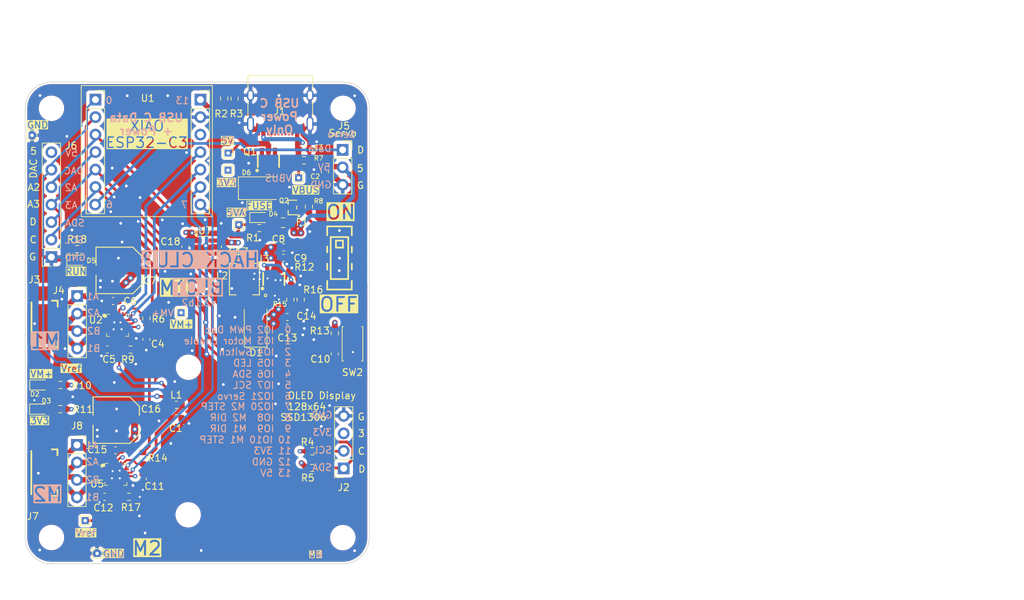
<source format=kicad_pcb>
(kicad_pcb (version 20221018) (generator pcbnew)
  (title_block (title "BLOT") (date "2024-03-24") (rev "2.1b2") (company "HACK CLUB") (comment 1 "Motor Controller Board") (comment 2 "Untested Design") (comment 3 "(CC) Parkview"))
  (layers (0 "F.Cu" signal) (1 "In1.Cu" signal) (2 "In2.Cu" signal) (31 "B.Cu" signal) (34 "B.Paste" user) (35 "F.Paste" user) (36 "B.SilkS" user "B.Silkscreen") (37 "F.SilkS" user "F.Silkscreen") (38 "B.Mask" user) (39 "F.Mask" user) (44 "Edge.Cuts" user))
  (net 0 "")
  (net 1 "EN-Fault1")
  (net 2 "GND")
  (net 3 "Net-(U2-DVDD)")
  (net 4 "VMEM")
  (net 5 "VBUS")
  (net 6 "+5VA")
  (net 7 "EN-Fault2")
  (net 8 "Net-(U5-DVDD)")
  (net 9 "Net-(J1-CC1)")
  (net 13 "Net-(J1-CC2)")
  (net 17 "M1A1")
  (net 18 "M1A2")
  (net 19 "M1B2")
  (net 20 "M1B1")
  (net 21 "/SDA")
  (net 22 "/SCL")
  (net 23 "+3V3")
  (net 24 "M2A1")
  (net 25 "M2A2")
  (net 26 "M2B1")
  (net 27 "M2B2")
  (net 28 "/A3")
  (net 29 "/A2")
  (net 30 "/DAC")
  (net 31 "/A6")
  (net 32 "Net-(D4-A)")
  (net 33 "Net-(Q2-D)")
  (net 34 "Net-(D1-A)")
  (net 35 "+5V")
  (net 36 "/ENABLE")
  (net 37 "Net-(D6-K)")
  (net 38 "Vref1")
  (net 40 "Net-(D2-A)")
  (net 41 "Net-(D3-A)")
  (net 43 "Net-(Q1A-D)")
  (net 44 "Net-(U2-DECAY{slash}TOFF)")
  (net 45 "/A10")
  (net 46 "/A9")
  (net 47 "Net-(U3-OC)")
  (net 48 "/A8")
  (net 49 "/A7")
  (net 50 "Net-(Q2-G)")
  (net 53 "Net-(U3-FB)")
  (net 54 "Net-(U5-DECAY{slash}TOFF)")
  (net 57 "Net-(D5-A)")
  (footprint "Capacitor_SMD:C_0603_1608Metric" (layer "F.Cu") (at 133.155 83.505 -90)
    (fp_text reference "C17")
    (fp_text value "22uF/16V")
  )
  (footprint "blot-footprints:SW-SMD_MST22D18G2" (layer "F.Cu") (at 149.8 85.15 -90)
    (fp_text reference "SW1" hide)
    (fp_text value "MST22D18G2 125")
  )
  (footprint "blot-footprints:CONN-SMD_4P-P1.25_533980471" (layer "F.Cu") (at 107.65 94.73 -90)
    (fp_text reference "J3")
    (fp_text value "Motor Conn")
  )
  (footprint "Connector_PinSocket_2.54mm:PinSocket_1x03_P2.54mm_Vertical" (layer "F.Cu") (at 150.27 69.42)
    (fp_text reference "J5")
    (fp_text value "SG90")
  )
  (footprint "Capacitor_SMD:C_0603_1608Metric" (layer "F.Cu") (at 141.675 85.12 180)
    (fp_text reference "C9")
    (fp_text value "100nF/16V")
  )
  (footprint "Resistor_SMD:R_0603_1608Metric" (layer "F.Cu") (at 144.66 70.93)
    (fp_text reference "R7")
    (fp_text value "100K")
  )
  (footprint "blot-footprints:WQFN-16_L3.0-W3.0-P0.50-BL-EP1.7" (layer "F.Cu") (at 117.305 116.59 -90)
    (fp_text reference "U5")
    (fp_text value "DRV8428RTER")
  )
  (footprint "MountingHole:MountingHole_3.2mm_M3" (layer "F.Cu") (at 127.86 101.02)
    (fp_text reference "H5" hide)
    (fp_text value "M3")
  )
  (footprint "Resistor_SMD:R_0603_1608Metric" (layer "F.Cu") (at 142.67 91.185 90)
    (fp_text reference "R15")
    (fp_text value "169K")
  )
  (footprint "blot-footprints:CONN-SMD_4P-P1.25_533980471" (layer "F.Cu") (at 107.62 116.34 -90)
    (fp_text reference "J7")
    (fp_text value "Motor Conn")
  )
  (footprint "TestPoint:TestPoint_THTPad_1.0x1.0mm_Drill0.5mm" (layer "F.Cu") (at 114.58 128.08)
    (fp_text reference "TP3" hide)
    (fp_text value "TestPoint")
  )
  (footprint "blot-footprints:SW_SMD_SPST_5x3" (layer "F.Cu") (at 151.7 97.62 -90)
    (fp_text reference "SW2")
    (fp_text value "User")
  )
  (footprint "Resistor_SMD:R_0603_1608Metric" (layer "F.Cu") (at 111.665 83.85)
    (fp_text reference "R18")
    (fp_text value "3.3K")
  )
  (footprint "TestPoint:TestPoint_THTPad_1.0x1.0mm_Drill0.5mm" (layer "F.Cu") (at 112.85 123.31)
    (fp_text reference "TP1" hide)
    (fp_text value "TestPoint")
  )
  (footprint "Capacitor_SMD:C_0603_1608Metric" (layer "F.Cu") (at 141.685 83.6)
    (fp_text reference "C8")
    (fp_text value "22uF/16V")
  )
  (footprint "Capacitor_SMD:C_0603_1608Metric" (layer "F.Cu") (at 144.645 69.37)
    (fp_text reference "C3")
    (fp_text value "22uF/16V")
  )
  (footprint "blot-footprints:CAP-SMD_BD6.3-L6.6-W6.6-LS7.3-FD" (layer "F.Cu") (at 117.355 108.7 180)
    (fp_text reference "C16")
    (fp_text value "100uF/25V")
  )
  (footprint "LED_SMD:LED_0603_1608Metric" (layer "F.Cu") (at 111.6625 85.47)
    (fp_text reference "D5")
    (fp_text value "Blue")
  )
  (footprint "Capacitor_SMD:C_0603_1608Metric" (layer "F.Cu") (at 121.74 96.965 -90)
    (fp_text reference "C4")
    (fp_text value "10nF/16V")
  )
  (footprint "Capacitor_SMD:C_0603_1608Metric" (layer "F.Cu") (at 121.225 117.245 -90)
    (fp_text reference "C11")
    (fp_text value "10nF/16V")
  )
  (footprint "Connector_USB:USB_C_Receptacle_HRO_TYPE-C-31-M-12" (layer "F.Cu") (at 141.2 62.54 180)
    (fp_text reference "J1")
    (fp_text value "USB-C Power")
  )
  (footprint "Resistor_SMD:R_0603_1608Metric" (layer "F.Cu") (at 138.145 80.79 180)
    (fp_text reference "R1")
    (fp_text value "1.5K")
  )
  (footprint "TestPoint:TestPoint_THTPad_1.0x1.0mm_Drill0.5mm" (layer "F.Cu") (at 143.87 73.49)
    (fp_text reference "TP5" hide)
    (fp_text value "TestPoint")
  )
  (footprint "Connector_PinSocket_2.54mm:PinSocket_1x04_P2.54mm_Vertical" (layer "F.Cu") (at 150.42 115.71 180)
    (fp_text reference "J2")
    (fp_text value "OLED Screen")
  )
  (footprint "blot-footprints:SOT-23-6_L2.9-W1.6-P0.95-LS2.8-BR" (layer "F.Cu") (at 140.27 88.1825 -90)
    (fp_text reference "U3")
    (fp_text value "FP6291LR-G1")
  )
  (footprint "Resistor_SMD:R_0603_1608Metric" (layer "F.Cu") (at 109.26 103.59 180)
    (fp_text reference "R10")
    (fp_text value "10K")
  )
  (footprint "LED_SMD:LED_0603_1608Metric" (layer "F.Cu") (at 106.2725 107.11)
    (fp_text reference "D3")
    (fp_text value "Emerald")
  )
  (footprint "Capacitor_SMD:C_0603_1608Metric" (layer "F.Cu") (at 126.0613 108.4322)
    (fp_text reference "C1")
    (fp_text value "10uF")
  )
  (footprint "Resistor_SMD:R_0603_1608Metric" (layer "F.Cu") (at 142.79 88.155 90)
    (fp_text reference "R12")
    (fp_text value "33K")
  )
  (footprint "Diode_SMD:D_SMA" (layer "F.Cu") (at 138.62 75)
    (fp_text reference "D6")
    (fp_text value "SS24")
  )
  (footprint "Capacitor_SMD:C_0603_1608Metric" (layer "F.Cu") (at 142.225 95.27)
    (fp_text reference "C13")
    (fp_text value "22uF/16V")
  )
  (footprint "LED_SMD:LED_0603_1608Metric" (layer "F.Cu") (at 138.2575 79.25)
    (fp_text reference "D4")
    (fp_text value "Red")
  )
  (footprint "MountingHole:MountingHole_3.2mm_M3" (layer "F.Cu") (at 107.95 125.76)
    (fp_text reference "H3" hide)
    (fp_text value "M3")
  )
  (footprint "TestPoint:TestPoint_THTPad_1.0x1.0mm_Drill0.5mm" (layer "F.Cu") (at 135.17 80.3)
    (fp_text reference "TP7" hide)
    (fp_text value "TestPoint")
  )
  (footprint "blot-footprints:SOT-323-3_L2.1-W1.3-P1.30-LS2.3-BL" (layer "F.Cu") (at 142.97 77.7975 90)
    (fp_text reference "Q2")
    (fp_text value "HXY2101EI")
  )
  (footprint "Pauls_Footprints:IND-SMD_L4.4-W4.2" (layer "F.Cu") (at 135.99 88.21 90)
    (fp_text reference "L2")
    (fp_text value "4.7uH")
  )
  (footprint "Diode_SMD:D_SMA" (layer "F.Cu") (at 137.62 94.59 90)
    (fp_text reference "D1")
    (fp_text value "SS24")
  )
  (footprint "Capacitor_SMD:C_0603_1608Metric" (layer "F.Cu") (at 142.225 93.73 180)
    (fp_text reference "C14")
    (fp_text value "100nF/16V")
  )
  (footprint "blot-footprints:WQFN-16_L3.0-W3.0-P0.50-BL-EP1.7" (layer "F.Cu") (at 117.56 94.92 -90)
    (fp_text reference "U2")
    (fp_text value "DRV8428RTER")
  )
  (footprint "TestPoint:TestPoint_THTPad_1.0x1.0mm_Drill0.5mm" (layer "F.Cu") (at 133.6 72.38)
    (fp_text reference "TP8" hide)
    (fp_text value "TestPoint")
  )
  (footprint "MountingHole:MountingHole_3.2mm_M3" (layer "F.Cu") (at 150.328 63.385)
    (fp_text reference "H1" hide)
    (fp_text value "M3")
  )
  (footprint "MountingHole:MountingHole_3.2mm_M3" (layer "F.Cu") (at 150.29 125.78)
    (fp_text reference "H4" hide)
    (fp_text value "M3")
  )
  (footprint "Resistor_SMD:R_0603_1608Metric" (layer "F.Cu") (at 109.24 107.11 180)
    (fp_text reference "R11")
    (fp_text value "3.3K")
  )
  (footprint "Connector_PinSocket_2.54mm:PinSocket_1x07_P2.54mm_Vertical" (layer "F.Cu") (at 107.94 85.01 180)
    (fp_text reference "J6")
    (fp_text value "GPIO")
  )
  (footprint "Capacitor_SMD:C_0603_1608Metric" (layer "F.Cu") (at 149.12 99.085 90)
    (fp_text reference "C10")
    (fp_text value "100nF/16V")
  )
  (footprint "Capacitor_SMD:C_0603_1608Metric" (layer "F.Cu") (at 117.25 113.1 180)
    (fp_text reference "C15")
    (fp_text value "10nF/16V")
  )
  (footprint "Resistor_SMD:R_0603_1608Metric" (layer "F.Cu") (at 149.13 96.085 90)
    (fp_text reference "R13")
    (fp_text value "10K")
  )
  (footprint "Capacitor_SMD:C_0603_1608Metric" (layer "F.Cu") (at 127.405 83.515 90)
    (fp_text reference "C18")
    (fp_text value "10uF")
  )
  (footprint "blot-footprints:QTPYXIAORP2040" (layer "F.Cu") (at 121.96 56.27)
    (fp_text reference "U1")
    (fp_text value "~")
  )
  (footprint "blot-footprints:SOT-23-6_L2.9-W1.6-P0.95-LS2.8-BR" (layer "F.Cu") (at 139.485 71.025 -90)
    (fp_text reference "Q1")
    (fp_text value "WST2011")
  )
  (footprint "TestPoint:TestPoint_THTPad_1.0x1.0mm_Drill0.5mm" (layer "F.Cu") (at 126.79 93.09)
    (fp_text reference "TP9" hide)
    (fp_text value "TestPoint")
  )
  (footprint "Capacitor_SMD:C_0603_1608Metric" (layer "F.Cu") (at 147.7 72.645 -90)
    (fp_text reference "C2")
    (fp_text value "22uF/16V")
  )
  (footprint "Capacitor_SMD:C_0603_1608Metric" (layer "F.Cu") (at 116.905 91.39 180)
    (fp_text reference "C6")
    (fp_text value "10nF/16V")
  )
  (footprint "TestPoint:TestPoint_THTPad_1.0x1.0mm_Drill0.5mm" (layer "F.Cu") (at 133.62 69.89)
    (fp_text reference "TP6" hide)
    (fp_text value "TestPoint")
  )
  (footprint "Resistor_SMD:R_0603_1608Metric" (layer "F.Cu") (at 121.74 93.925 -90)
    (fp_text reference "R6")
    (fp_text value "1.5K")
  )
  (footprint "Resistor_SMD:R_0603_1608Metric" (layer "F.Cu") (at 119.22 119.85 180)
    (fp_text reference "R17")
    (fp_text value "100K")
  )
  (footprint "Resistor_SMD:R_0603_1608Metric" (layer "F.Cu") (at 145.38 77.685 -90)
    (fp_text reference "R8")
    (fp_text value "100K")
  )
  (footprint "Resistor_SMD:R_0603_1608Metric" (layer "F.Cu") (at 133.05 61.9675 -90)
    (fp_text reference "R2")
    (fp_text value "5.1K")
  )
  (footprint "Resistor_SMD:R_0603_1608Metric" (layer "F.Cu") (at 145.8575 113.23 180)
    (fp_text reference "R4")
    (fp_text value "5.1K")
  )
  (footprint "MountingHole:MountingHole_3.2mm_M3" (layer "F.Cu") (at 127.82 122.46)
    (fp_text reference "H6" hide)
    (fp_text value "M3")
  )
  (footprint "MountingHole:MountingHole_3.2mm_M3" (layer "F.Cu") (at 107.948 63.385)
    (fp_text reference "H2" hide)
    (fp_text value "M3")
  )
  (footprint "Inductor_SMD:L_0603_1608Metric" (layer "F.Cu") (at 126.0925 106.48)
    (fp_text reference "L1")
    (fp_text value "10uH")
  )
  (footprint "Connector_PinSocket_2.54mm:PinSocket_1x04_P2.54mm_Vertical" (layer "F.Cu") (at 111.69 90.68)
    (fp_text reference "J4")
    (fp_text value "NEMA17")
  )
  (footprint "Connector_PinSocket_2.54mm:PinSocket_1x04_P2.54mm_Vertical" (layer "F.Cu") (at 111.655 112.31)
    (fp_text reference "J8")
    (fp_text value "NEMA17")
  )
  (footprint "blot-footprints:CAP-SMD_BD6.3-L6.6-W6.6-LS7.3-FD" (layer "F.Cu") (at 117.79 86.94 180)
    (fp_text reference "C7")
    (fp_text value "100uF/25V")
  )
  (footprint "Package_TO_SOT_SMD:SOT-23-5" (layer "F.Cu") (at 130.28 83.55)
    (fp_text reference "U7")
    (fp_text value "XC6227C331MR")
  )
  (footprint "Capacitor_SMD:C_0603_1608Metric" (layer "F.Cu") (at 116.085 98.44 180)
    (fp_text reference "C5")
    (fp_text value "470nF")
  )
  (footprint "Resistor_SMD:R_0603_1608Metric" (layer "F.Cu") (at 121.255 114.225 -90)
    (fp_text reference "R14")
    (fp_text value "1.5K")
  )
  (footprint "Capacitor_SMD:C_0603_1608Metric" (layer "F.Cu") (at 115.68 119.85 180)
    (fp_text reference "C12")
    (fp_text value "470nF")
  )
  (footprint "LED_SMD:LED_0603_1608Metric" (layer "F.Cu") (at 106.285 103.59)
    (fp_text reference "D2")
    (fp_text value "Orange")
  )
  (footprint "Resistor_SMD:R_0603_1608Metric" (layer "F.Cu") (at 134.56 61.9725 90)
    (fp_text reference "R3")
    (fp_text value "5.1K")
  )
  (footprint "Fuse:Fuse_0805_2012Metric" (layer "F.Cu") (at 141.6075 80.01)
    (fp_text reference "F1")
    (fp_text value "1.5A")
  )
  (footprint "Resistor_SMD:R_0603_1608Metric" (layer "F.Cu") (at 119.455 98.46 180)
    (fp_text reference "R9")
    (fp_text value "100K")
  )
  (footprint "TestPoint:TestPoint_THTPad_1.0x1.0mm_Drill0.5mm" (layer "F.Cu") (at 105.13 67.31)
    (fp_text reference "TP2" hide)
    (fp_text value "TestPoint")
  )
  (footprint "Resistor_SMD:R_0603_1608Metric" (layer "F.Cu") (at 145.8375 115.66)
    (fp_text reference "R5")
    (fp_text value "5.1K")
  )
  (footprint "Resistor_SMD:R_0603_1608Metric" (layer "F.Cu") (at 144.17 91.185 -90)
    (fp_text reference "R16")
    (fp_text value "12K")
  )
  (gr_circle (center 115.59 93.482118) (end 115.76 93.562118) (stroke (width 0.15)) (fill none) (layer "F.SilkS"))
  (gr_circle (center 115.3 115.34) (end 115.47 115.42) (stroke (width 0.15)) (fill none) (layer "F.SilkS"))
  (gr_circle (center 139.06 90.58) (end 139.23 90.66) (stroke (width 0.15)) (fill none) (layer "F.SilkS"))
  (gr_circle (center 128.97 81.37) (end 129.14 81.45) (stroke (width 0.15)) (fill none) (layer "F.SilkS"))
  (gr_line (start 107.948 59.575) (end 150.328 59.575) (stroke (width 0.1)) (layer "Edge.Cuts"))
  (gr_line (start 104.138 125.765) (end 104.138 63.385) (stroke (width 0.1)) (layer "Edge.Cuts"))
  (gr_arc (start 104.138 63.385) (mid 105.253923 60.690923) (end 107.948 59.575) (stroke (width 0.1)) (layer "Edge.Cuts"))
  (gr_arc (start 107.948 129.575) (mid 105.253923 128.459077) (end 104.138 125.765) (stroke (width 0.1)) (layer "Edge.Cuts"))
  (gr_line (start 154.138 63.385) (end 154.138 125.765) (stroke (width 0.1)) (layer "Edge.Cuts"))
  (gr_arc (start 150.328 59.575) (mid 153.022077 60.690923) (end 154.138 63.385) (stroke (width 0.1)) (layer "Edge.Cuts"))
  (gr_line (start 150.328 129.575) (end 107.948 129.575) (stroke (width 0.1)) (layer "Edge.Cuts"))
  (gr_arc (start 154.138 125.765) (mid 153.022077 128.459077) (end 150.328 129.575) (stroke (width 0.1)) (layer "Edge.Cuts"))
  (gr_text "7  IO20 M2 STEP\n8  IO8  M2 DIR\n9  IO9  M1 DIR\n10 IO10 M1 STEP\n11 3V3\n12 GND\n13 5V" (at 142.89 116.97) (layer "B.SilkS") (effects (font (size 1 1)) (justify left bottom mirror)))
  (gr_text "3V3" (at 135.04 74.81) (layer "B.SilkS") (effects (font (size 1 1)) (justify left bottom mirror)))
  (gr_text "B2" (at 115.01 117.97) (layer "B.SilkS") (effects (font (size 1 1)) (justify left bottom mirror)))
  (gr_text "Servo" (at 152.22 67.76) (layer "B.SilkS") (effects (font (size 1 1)) (justify left bottom mirror)))
  (gr_text "3V3" (at 148.8 111.07) (layer "B.SilkS") (effects (font (size 1 1)) (justify left bottom mirror)))
  (gr_text "GND" (at 118.73 128.8) (layer "B.SilkS") (effects (font (size 1 1)) (justify left bottom mirror)))
  (gr_text "VBUS" (at 142.95 74.14) (layer "B.SilkS") (effects (font (size 1 1)) (justify left bottom mirror)))
  (gr_text "A3" (at 111.84 78.06) (layer "B.SilkS") (effects (font (size 1 1)) (justify left bottom mirror)))
  (gr_text "HACK CLUB" (at 138.28 86.62) (layer "B.SilkS" knockout) (effects (font (size 2 2) (thickness 0.3)) (justify left bottom mirror)))
  (gr_text "5V" (at 111.86 70.47) (layer "B.SilkS") (effects (font (size 1 1)) (justify left bottom mirror)))
  (gr_text "GND" (at 113.02 85.61) (layer "B.SilkS") (effects (font (size 1 1)) (justify left bottom mirror)))
  (gr_text "A1" (at 114.78 112.95) (layer "B.SilkS") (effects (font (size 1 1)) (justify left bottom mirror)))
  (gr_text "M2" (at 109.7 120.68) (layer "B.SilkS" knockout) (effects (font (size 2 2) (thickness 0.3)) (justify left bottom mirror)))
  (gr_text "0  IO2 PWM Dac\n1  IO3 Motor Enable\n2  IO4 Switch\n3  IO5 LED\n4  IO6 SDA\n5  IO7 SCL\n6  IO21 Servo" (at 142.89 105.82) (layer "B.SilkS") (effects (font (size 1 1)) (justify left bottom mirror)))
  (gr_text "GND" (at 148.88 108.56) (layer "B.SilkS") (effects (font (size 1 1)) (justify left bottom mirror)))
  (gr_text "SDA" (at 112.85 80.63) (layer "B.SilkS") (effects (font (size 1 1)) (justify left bottom mirror)))
  (gr_text "B2" (at 115.16 96.34) (layer "B.SilkS") (effects (font (size 1 1)) (justify left bottom mirror)))
  (gr_text "Data" (at 148.72 69.81) (layer "B.SilkS") (effects (font (size 1 1)) (justify left bottom mirror)))
  (gr_text "13" (at 128.02 62.86) (layer "B.SilkS") (effects (font (size 1 1)) (justify left bottom mirror)))
  (gr_text "A2" (at 114.9 115.34) (layer "B.SilkS") (effects (font (size 1 1)) (justify left bottom mirror)))
  (gr_text "DAC" (at 112.71 73.06) (layer "B.SilkS") (effects (font (size 1 1)) (justify left bottom mirror)))
  (gr_text "B1" (at 114.99 120.49) (layer "B.SilkS") (effects (font (size 1 1)) (justify left bottom mirror)))
  (gr_text "A2" (at 111.79 75.49) (layer "B.SilkS") (effects (font (size 1 1)) (justify left bottom mirror)))
  (gr_text "B1" (at 115.14 98.86) (layer "B.SilkS") (effects (font (size 1 1)) (justify left bottom mirror)))
  (gr_text "7" (at 127.86 78) (layer "B.SilkS") (effects (font (size 1 1)) (justify left bottom mirror)))
  (gr_text "M3" (at 147.53 128.87) (layer "B.SilkS") (effects (font (size 1 1)) (justify left bottom mirror)))
  (gr_text "0" (at 116.88 62.82) (layer "B.SilkS") (effects (font (size 1 1)) (justify left bottom mirror)))
  (gr_text "Vref" (at 114.4 125.66) (layer "B.SilkS") (effects (font (size 1 1)) (justify left bottom mirror)))
  (gr_text "5V" (at 148.57 72.53) (layer "B.SilkS") (effects (font (size 1 1)) (justify left bottom mirror)))
  (gr_text "A2" (at 115.05 93.71) (layer "B.SilkS") (effects (font (size 1 1)) (justify left bottom mirror)))
  (gr_text "5V" (at 134.6 68.62) (layer "B.SilkS") (effects (font (size 1 1)) (justify left bottom mirror)))
  (gr_text "VM+" (at 125.82 93.73) (layer "B.SilkS") (effects (font (size 1 1)) (justify left bottom mirror)))
  (gr_text "5VA" (at 136.53 79.06) (layer "B.SilkS") (effects (font (size 1 1)) (justify left bottom mirror)))
  (gr_text "USB C\nPower\nOnly" (at 141.09 67.22) (layer "B.SilkS") (effects (font (size 1.2 1.2) (thickness 0.25) bold) (justify bottom mirror)))
  (gr_text "SCL" (at 112.78 83.11) (layer "B.SilkS") (effects (font (size 1 1)) (justify left bottom mirror)))
  (gr_text "6" (at 116.94 77.97) (layer "B.SilkS") (effects (font (size 1 1)) (justify left bottom mirror)))
  (gr_text "SCL" (at 148.8 113.64) (layer "B.SilkS") (effects (font (size 1 1)) (justify left bottom mirror)))
  (gr_text "v2.1b2" (at 131.97 92.23) (layer "B.SilkS") (effects (font (size 1 1)) (justify left bottom mirror)))
  (gr_text "A1" (at 114.93 91.32) (layer "B.SilkS") (effects (font (size 1 1)) (justify left bottom mirror)))
  (gr_text "BLOT" (at 133.17 90.64) (layer "B.SilkS" knockout) (effects (font (size 2 2) (thickness 0.3)) (justify left bottom mirror)))
  (gr_text "USB C Data\n+ Power" (at 121.73 67.39) (layer "B.SilkS") (effects (font (size 1.2 1.2) (thickness 0.25) bold) (justify bottom mirror)))
  (gr_text "GND" (at 148.74 75.08) (layer "B.SilkS") (effects (font (size 1 1)) (justify left bottom mirror)))
  (gr_text "M1" (at 109.35 98.43) (layer "B.SilkS" knockout) (effects (font (size 2 2) (thickness 0.3)) (justify left bottom mirror)))
  (gr_text "SDA" (at 148.78 116.17) (layer "B.SilkS") (effects (font (size 1 1)) (justify left bottom mirror)))
  (gr_text "D" (at 152.46 116.4) (layer "F.SilkS") (effects (font (size 1 1)) (justify left bottom)))
  (gr_text "Vref" (at 109.26 101.8) (layer "F.SilkS" knockout) (effects (font (size 1 1)) (justify left bottom)))
  (gr_text "5VA" (at 133.31 79.14) (layer "F.SilkS" knockout) (effects (font (size 1 1)) (justify left bottom)))
  (gr_text "G" (at 152.36 108.8) (layer "F.SilkS") (effects (font (size 1 1)) (justify left bottom)))
  (gr_text "OLED Display\n128x64" (at 142.18 107.33) (layer "F.SilkS") (effects (font (size 1 1)) (justify left bottom)))
  (gr_text "Servo" (at 148.12 67.57) (layer "F.SilkS") (effects (font (size 1 1)) (justify left bottom)))
  (gr_text "3" (at 152.41 111.22) (layer "F.SilkS") (effects (font (size 1 1)) (justify left bottom)))
  (gr_text "C" (at 152.39 113.8) (layer "F.SilkS") (effects (font (size 1 1)) (justify left bottom)))
  (gr_text "DAC" (at 105.92 73.67 90) (layer "F.SilkS") (effects (font (size 1 1)) (justify left bottom)))
  (gr_text "OFF" (at 146.73 93.07) (layer "F.SilkS" knockout) (effects (font (size 2 2) (thickness 0.3)) (justify left bottom)))
  (gr_text "VM+" (at 104.79 102.59) (layer "F.SilkS" knockout) (effects (font (size 1 1)) (justify left bottom)))
  (gr_text "VM+" (at 125.16 95.37) (layer "F.SilkS" knockout) (effects (font (size 1 1)) (justify left bottom)))
  (gr_text "G" (at 152.26 75.18) (layer "F.SilkS") (effects (font (size 1 1)) (justify left bottom)))
  (gr_text "GND" (at 104.32 66.4) (layer "F.SilkS" knockout) (effects (font (size 1 1)) (justify left bottom)))
  (gr_text "D" (at 152.28 70.04) (layer "F.SilkS") (effects (font (size 1 1)) (justify left bottom)))
  (gr_text "3V3" (at 104.76 109.38) (layer "F.SilkS" knockout) (effects (font (size 1 1)) (justify left bottom)))
  (gr_text "C" (at 104.7 83.06) (layer "F.SilkS") (effects (font (size 1 1)) (justify left bottom)))
  (gr_text "ON" (at 147.71 79.67) (layer "F.SilkS" knockout) (effects (font (size 2 2) (thickness 0.3)) (justify left bottom)))
  (gr_text "Vref" (at 111.39 125.7) (layer "F.SilkS" knockout) (effects (font (size 1 1)) (justify left bottom)))
  (gr_text "FUSE" (at 136.14 78.15) (layer "F.SilkS" knockout) (effects (font (size 1 1)) (justify left bottom)))
  (gr_text "D" (at 104.68 80.46) (layer "F.SilkS") (effects (font (size 1 1)) (justify left bottom)))
  (gr_text "M1" (at 123.41 90.66) (layer "F.SilkS" knockout) (effects (font (size 2 2) (thickness 0.3)) (justify left bottom)))
  (gr_text "3V3" (at 131.92 74.79) (layer "F.SilkS" knockout) (effects (font (size 1 1)) (justify left bottom)))
  (gr_text "GND" (at 115.33 128.7) (layer "F.SilkS" knockout) (effects (font (size 1 1)) (justify left bottom)))
  (gr_text "M2" (at 119.54 128.5) (layer "F.SilkS" knockout) (effects (font (size 2 2) (thickness 0.3)) (justify left bottom)))
  (gr_text "M3" (at 145.14 128.8) (layer "F.SilkS") (effects (font (size 1 1)) (justify left bottom)))
  (gr_text "SSD1306" (at 141.13 108.88) (layer "F.SilkS") (effects (font (size 1 1)) (justify left bottom)))
  (gr_text "VBUS" (at 142.92 75.87) (layer "F.SilkS" knockout) (effects (font (size 1 1)) (justify left bottom)))
  (gr_text "A3" (at 104.36 77.89) (layer "F.SilkS") (effects (font (size 1 1)) (justify left bottom)))
  (gr_text "A2" (at 104.39 75.46) (layer "F.SilkS") (effects (font (size 1 1)) (justify left bottom)))
  (gr_text "XIAO\nESP32-C3" (at 121.82 69.25) (layer "F.SilkS" knockout) (effects (font (size 1.5 1.5) (thickness 0.2)) (justify bottom)))
  (gr_text "5V" (at 132.48 68.71) (layer "F.SilkS" knockout) (effects (font (size 1 1)) (justify left bottom)))
  (gr_text "RUN" (at 109.88 87.7) (layer "F.SilkS" knockout) (effects (font (size 1 1)) (justify left bottom)))
  (gr_text "5" (at 104.77 70.2) (layer "F.SilkS") (effects (font (size 1 1)) (justify left bottom)))
  (gr_text "G" (at 104.61 85.56) (layer "F.SilkS") (effects (font (size 1 1)) (justify left bottom)))
  (gr_text "5" (at 152.25 72.7) (layer "F.SilkS") (effects (font (size 1 1)) (justify left bottom)))
  (segment (start 108.63 63.68) (end 108.63 63.63) (width 0.4) (layer "F.Cu") (net 0))
  (segment (start 119.55 92.49) (end 119.52 92.46) (width 0.3) (layer "F.Cu") (net 1))
  (segment (start 118.56 93.42) (end 118.31 93.42) (width 0.3) (layer "F.Cu") (net 1))
  (segment (start 120.915 93.135) (end 120.27 92.49) (width 0.3) (layer "F.Cu") (net 1))
  (segment (start 121.74 94.75) (end 120.915 93.925) (width 0.3) (layer "F.Cu") (net 1))
  (segment (start 120.27 92.49) (end 119.55 92.49) (width 0.3) (layer "F.Cu") (net 1))
  (segment (start 121.74 96.19) (end 121.74 94.75) (width 0.3) (layer "F.Cu") (net 1))
  (segment (start 120.915 93.925) (end 120.915 93.135) (width 0.3) (layer "F.Cu") (net 1))
  (segment (start 119.52 92.46) (end 118.56 93.42) (width 0.3) (layer "F.Cu") (net 1))
  (segment (start 116.99 95.49) (end 117.56 94.92) (width 0.3) (layer "F.Cu") (net 2))
  (segment (start 142.88 86.57) (end 142.45 86.99) (width 0.8) (layer "F.Cu") (net 2))
  (segment (start 138.07 87.41) (end 138.22 87.26) (width 0.8) (layer "F.Cu") (net 2))
  (segment (start 115.28 91.39) (end 115.26 91.37) (width 0.8) (layer "F.Cu") (net 2))
  (segment (start 140.27 90.43) (end 141 91.16) (width 0.8) (layer "F.Cu") (net 2))
  (segment (start 142.46 84.86) (end 142.46 85.11) (width 0.8) (layer "F.Cu") (net 2))
  (segment (start 139.62 88.36) (end 139.36 88.1) (width 0.8) (layer "F.Cu") (net 2))
  (segment (start 117.09 94.48) (end 117.12 94.48) (width 0.3) (layer "F.Cu") (net 2))
  (segment (start 121.225 118.02) (end 121.225 118.835) (width 0.8) (layer "F.Cu") (net 2))
  (segment (start 108.4 85.47) (end 107.94 85.01) (width 0.4) (layer "F.Cu") (net 2))
  (segment (start 115.12 89.45) (end 115.12 90.38) (width 1) (layer "F.Cu") (net 2))
  (segment (start 141.42375 88.24625) (end 142.47625 87.19375) (width 0.6) (layer "F.Cu") (net 2))
  (segment (start 142.45 86.99) (end 142.79 87.33) (width 0.8) (layer "F.Cu") (net 2))
  (segment (start 120.045 119.85) (end 120.77 119.85) (width 0.8) (layer "F.Cu") (net 2))
  (segment (start 116.13 91.39) (end 116.13 92.537208) (width 0.6) (layer "F.Cu") (net 2))
  (segment (start 137.795 66.585) (end 136.88 65.67) (width 0.4) (layer "F.Cu") (net 2))
  (segment (start 116.81 94.17) (end 117.09 94.45) (width 0.3) (layer "F.Cu") (net 2))
  (segment (start 144.37 93.77) (end 143.15 93.77) (width 1.5) (layer "F.Cu") (net 2))
  (segment (start 133.13 85.45) (end 133.13 84.305) (width 0.8) (layer "F.Cu") (net 2))
  (segment (start 116.99 95.51) (end 116.99 95.49) (width 0.3) (layer "F.Cu") (net 2))
  (segment (start 115.06 89.39) (end 115.12 89.45) (width 1) (layer "F.Cu") (net 2))
  (segment (start 120.77 119.85) (end 120.78 119.86) (width 0.8) (layer "F.Cu") (net 2))
  (segment (start 115.12 88.39) (end 115.08 88.43) (width 1) (layer "F.Cu") (net 2))
  (segment (start 133.13 84.305) (end 133.155 84.28) (width 0.8) (layer "F.Cu") (net 2))
  (segment (start 114.685 108.7) (end 114.685 110.065) (width 1) (layer "F.Cu") (net 2))
  (segment (start 115.12 90.38) (end 116.13 91.39) (width 1) (layer "F.Cu") (net 2))
  (segment (start 134.56 61.06) (end 133.055 61.06) (width 0.4) (layer "F.Cu") (net 2))
  (segment (start 142.46 85.11) (end 142.45 85.12) (width 0.8) (layer "F.Cu") (net 2))
  (segment (start 144.6 94.33) (end 144.37 94.1) (width 1.5) (layer "F.Cu") (net 2))
  (segment (start 115.12 89.33) (end 115.06 89.39) (width 1) (layer "F.Cu") (net 2))
  (segment (start 116.97 95.51) (end 116.99 95.51) (width 0.3) (layer "F.Cu") (net 2))
  (segment (start 115.12 86.94) (end 115.12 88.39) (width 1) (layer "F.Cu") (net 2))
  (segment (start 117.09 94.45) (end 117.09 94.48) (width 0.3) (layer "F.Cu") (net 2))
  (segment (start 114.685 110.995) (end 114.62 111.06) (width 1) (layer "F.Cu") (net 2))
  (segment (start 144.37 92.01) (end 144.77 92.01) (width 1.5) (layer "F.Cu") (net 2))
  (segment (start 136.88 61.49) (end 134.99 61.49) (width 0.4) (layer "F.Cu") (net 2))
  (segment (start 128.315184 83.6) (end 129.0925 83.6) (width 0.8) (layer "F.Cu") (net 2))
  (segment (start 146.95 85.15) (end 143.84 84.64) (width 1.5) (layer "F.Cu") (net 2))
  (segment (start 116.555 118.2) (end 114.905 119.85) (width 0.3) (layer "F.Cu") (net 2))
  (segment (start 116.565 113.315) (end 115.92 113.96) (width 0.6) (layer "F.Cu") (net 2))
  (segment (start 116.13 91.39) (end 115.28 91.39) (width 0.8) (layer "F.Cu") (net 2))
  (segment (start 144.37 94.1) (end 144.37 93.77) (width 1.5) (layer "F.Cu") (net 2))
  (segment (start 144.14 88.1) (end 144.28 88.24) (width 1.5) (layer "F.Cu") (net 2))
  (segment (start 144.45 66.585) (end 144.605 66.585) (width 0.4) (layer "F.Cu") (net 2))
  (segment (start 147.7 73.42) (end 149.19 73.42) (width 0.8) (layer "F.Cu") (net 2))
  (segment (start 151.71 99.87) (end 151.71 98.85) (width 0.8) (layer "F.Cu") (net 2))
  (segment (start 143.15 94.69) (end 143 94.54) (width 1) (layer "F.Cu") (net 2))
  (segment (start 116.81 93.42) (end 116.81 94.17) (width 0.3) (layer "F.Cu") (net 2))
  (segment (start 131.22 83.6) (end 129.1425 83.6) (width 0.8) (layer "F.Cu") (net 2))
  (segment (start 141.6175 87.9825) (end 141.845 87.9825) (width 0.8) (layer "F.Cu") (net 2))
  (segment (start 120.55 79.83) (end 120.56 79.83) (width 0.4) (layer "F.Cu") (net 2))
  (segment (start 149.13 99.87) (end 149.12 99.86) (width 0.8) (layer "F.Cu") (net 2))
  (segment (start 114.62 111.06) (end 114.685 111.125) (width 1) (layer "F.Cu") (net 2))
  (segment (start 110.875 85.47) (end 108.4 85.47) (width 0.4) (layer "F.Cu") (net 2))
  (segment (start 149.83 85.15) (end 152.65 85.15) (width 1.5) (layer "F.Cu") (net 2))
  (segment (start 105.475 105.19) (end 105.475 107.085) (width 0.8) (layer "F.Cu") (net 2))
  (segment (start 137.95 66.585) (end 137.795 66.585) (width 0.4) (layer "F.Cu") (net 2))
  (segment (start 151.71 98.85) (end 151.75 98.81) (width 0.8) (layer "F.Cu") (net 2))
  (segment (start 114.685 110.215) (end 114.685 110.995) (width 1) (layer "F.Cu") (net 2))
  (segment (start 140.4875 88.3825) (end 140.51 88.36) (width 0.8) (layer "F.Cu") (net 2))
  (segment (start 140.51 88.36) (end 139.62 88.36) (width 0.8) (layer "F.Cu") (net 2))
  (segment (start 142.88 86.851852) (end 142.12 87.611852) (width 0.8) (layer "F.Cu") (net 2))
  (segment (start 115.12 88.47) (end 115.12 89.33) (width 1) (layer "F.Cu") (net 2))
  (segment (start 120.28 98.46) (end 121.55 98.46) (width 0.8) (layer "F.Cu") (net 2))
  (segment (start 142.45 85.12) (end 142.15 86.02) (width 0.8) (layer "F.Cu") (net 2))
  (segment (start 105.4975 103.59) (end 105.4975 105.1675) (width 0.8) (layer "F.Cu") (net 2))
  (segment (start 116.81 96.42) (end 116.81 96.73) (width 0.3) (layer "F.Cu") (net 2))
  (segment (start 116.555 115.835) (end 116.555 115.09) (width 0.3) (layer "F.Cu") (net 2))
  (segment (start 114.685 110.065) (end 114.61 110.14) (width 1) (layer "F.Cu") (net 2))
  (segment (start 142.15 86.02) (end 142.88 86.57) (width 0.8) (layer "F.Cu") (net 2))
  (segment (start 121.23 118.84) (end 121.23 119.41) (width 0.8) (layer "F.Cu") (net 2))
  (segment (start 114.61 110.14) (end 114.685 110.215) (width 1) (layer "F.Cu") (net 2))
  (segment (start 114.685 111.125) (end 114.685 111.23) (width 1) (layer "F.Cu") (net 2))
  (segment (start 116.81 95.67) (end 116.97 95.51) (width 0.3) (layer "F.Cu") (net 2))
  (segment (start 137.45 87.41) (end 137.45 88.12) (width 0.8) (layer "F.Cu") (net 2))
  (segment (start 145.42 68.18) (end 145.42 69.37) (width 0.6) (layer "F.Cu") (net 2))
  (segment (start 116.81 93.42) (end 116.81 93.23) (width 0.3) (layer "F.Cu") (net 2))
  (segment (start 144.17 88.253112) (end 144.17 87.76) (width 1.5) (layer "F.Cu") (net 2))
  (segment (start 144.443112 87.73) (end 143.95 87.73) (width 1.5) (layer "F.Cu") (net 2))
  (segment (start 141.24 88.36) (end 141.6175 87.9825) (width 0.8) (layer "F.Cu") (net 2))
  (segment (start 127.5841 109.18) (end 126.8363 108.4322) (width 0.8) (layer "F.Cu") (net 2))
  (segment (start 117.12 94.48) (end 117.56 94.92) (width 0.3) (layer "F.Cu") (net 2))
  (segment (start 143.15 93.77) (end 143.15 93.73) (width 1.5) (layer "F.Cu") (net 2))
  (segment (start 138.22 87.26) (end 138.22 88.19125) (width 0.8) (layer "F.Cu") (net 2))
  (segment (start 149.19 73.42) (end 150.27 74.5) (width 0.8) (layer "F.Cu") (net 2))
  (segment (start 141.24 88.36) (end 141.2625 88.3825) (width 0.8) (layer "F.Cu") (net 2))
  (segment (start 144.038444 87.618444) (end 143.241556 86.821556) (width 1.5) (layer "F.Cu") (net 2))
  (segment (start 142.46 83.6) (end 142.46 83.88) (width 0.8) (layer "F.Cu") (net 2))
  (segment (start 121.225 118.835) (end 121.23 118.84) (width 0.8) (layer "F.Cu") (net 2))
  (segment (start 143.96 96.08) (end 144.37 95.67) (width 1.5) (layer "F.Cu") (net 2))
  (segment (start 115.92 113.96) (end 115.92 114.62) (width 0.6) (layer "F.Cu") (net 2))
  (segment (start 116.13 92.55) (end 116.13 91.39) (width 0.3) (layer "F.Cu") (net 2))
  (segment (start 142.88 86.963112) (end 142.88 86.57) (width 1.5) (layer "F.Cu") (net 2))
  (segment (start 115.31 99.27) (end 115.22 99.36) (width 0.8) (layer "F.Cu") (net 2))
  (segment (start 144.77 92.01) (end 145.595 91.185) (width 1.5) (layer "F.Cu") (net 2))
  (segment (start 142.46 83.88) (end 142.95 84.37) (width 0.8) (layer "F.Cu") (net 2))
  (segment (start 142.88 86.57) (end 142.88 86.851852) (width 0.8) (layer "F.Cu") (net 2))
  (segment (start 114.905 120.625) (end 114.93 120.65) (width 0.8) (layer "F.Cu") (net 2))
  (segment (start 144.47 96.31) (end 143.96 96.08) (width 1.5) (layer "F.Cu") (net 2))
  (segment (start 116.81 96.42) (end 116.81 95.67) (width 0.3) (layer "F.Cu") (net 2))
  (segment (start 105.4975 105.1675) (end 105.475 105.19) (width 0.8) (layer "F.Cu") (net 2))
  (segment (start 120.56 79.83) (end 123.82 83.09) (width 0.4) (layer "F.Cu") (net 2))
  (segment (start 123.82 83.09) (end 123.82 86.17) (width 0.4) (layer "F.Cu") (net 2))
  (segment (start 142.88 86.57) (end 142.88 84.44) (width 1.5) (layer "F.Cu") (net 2))
  (segment (start 116.0825 97.6675) (end 115.31 98.44) (width 0.3) (layer "F.Cu") (net 2))
  (segment (start 127.405 84.29) (end 127.625184 84.29) (width 0.8) (layer "F.Cu") (net 2))
  (segment (start 146.95 85.15) (end 149.79 85.15) (width 1.5) (layer "F.Cu") (net 2))
  (segment (start 143 93.73) (end 143 94.54) (width 1) (layer "F.Cu") (net 2))
  (segment (start 123.82 86.17) (end 124.27 86.62) (width 0.4) (layer "F.Cu") (net 2))
  (segment (start 121.73 97.67) (end 121.73 98.54) (width 0.8) (layer "F.Cu") (net 2))
  (segment (start 116.81 96.73) (end 116.0825 97.4575) (width 0.3) (layer "F.Cu") (net 2))
  (segment (start 144.37 93.77) (end 144.37 92.01) (width 1.5) (layer "F.Cu") (net 2))
  (segment (start 121.23 119.41) (end 120.78 119.86) (width 0.8) (layer "F.Cu") (net 2))
  (segment (start 116.06 114.77) (end 116.39 115.1) (width 0.6) (layer "F.Cu") (net 2))
  (segment (start 116.555 118.09) (end 116.555 118.2) (width 0.3) (layer "F.Cu") (net 2))
  (segment (start 133.055 61.06) (end 133.05 61.055) (width 0.4) (layer "F.Cu") (net 2))
  (segment (start 145.595 89.678112) (end 144.956888 89.04) (width 1.5) (layer "F.Cu") (net 2))
  (segment (start 139.26875 88.19125) (end 139.36 88.1) (width 0.8) (layer "F.Cu") (net 2))
  (segment (start 116.84 116.12) (end 116.555 115.835) (width 0.3) (layer "F.Cu") (net 2))
  (segment (start 143.15 95.27) (end 143.15 94.69) (width 1) (layer "F.Cu") (net 2))
  (segment (start 116.565 113.11) (end 116.565 113.315) (width 0.6) (layer "F.Cu") (net 2))
  (segment (start 144.37 95.67) (end 144.69 95.38) (width 1.5) (layer "F.Cu") (net 2))
  (segment (start 105.475 107.085) (end 105.45 107.11) (width 0.8) (layer "F.Cu") (net 2))
  (segment (start 131.29 83.53) (end 132.30704 83.53) (width 0.8) (layer "F.Cu") (net 2))
  (segment (start 137.45 88.12) (end 137.37875 88.19125) (width 0.8) (layer "F.Cu") (net 2))
  (segment (start 134.99 61.49) (end 134.56 61.06) (width 0.4) (layer "F.Cu") (net 2))
  (segment (start 124.27 86.9) (end 124.45 87.08) (width 0.4) (layer "F.Cu") (net 2))
  (segment (start 131.29 83.53) (end 131.22 83.6) (width 0.8) (layer "F.Cu") (net 2))
  (segment (start 142.88 84.44) (end 142.95 84.37) (width 1.5) (layer "F.Cu") (net 2))
  (segment (start 144.22 89) (end 144.22 88.073112) (width 1.5) (layer "F.Cu") (net 2))
  (segment (start 140.27 88.3825) (end 140.4875 88.3825) (width 0.8) (layer "F.Cu") (net 2))
  (segment (start 145.52 61.49) (end 145.52 65.67) (width 0.4) (layer "F.Cu") (net 2))
  (segment (start 140.27 89.5325) (end 140.27 90.43) (width 0.8) (layer "F.Cu") (net 2))
  (segment (start 144.69 95.38) (end 144.37 94.56) (width 1.5) (layer "F.Cu") (net 2))
  (segment (start 142.95 84.37) (end 142.46 84.86) (width 0.8) (layer "F.Cu") (net 2))
  (segment (start 124.27 86.62) (end 124.27 86.9) (width 0.4) (layer "F.Cu") (net 2))
  (segment (start 141.2175 88.3825) (end 141.24 88.36) (width 0.8) (layer "F.Cu") (net 2))
  (segment (start 115.08 88.43) (end 115.12 88.47) (width 1) (layer "F.Cu") (net 2))
  (segment (start 127.94 109.18) (end 127.5841 109.18) (width 0.8) (layer "F.Cu") (net 2))
  (segment (start 127.625184 84.29) (end 128.315184 83.6) (width 0.8) (layer "F.Cu") (net 2))
  (segment (start 132.30704 83.53) (end 133.05704 84.28) (width 0.8) (layer "F.Cu") (net 2))
  (segment (start 149.79 85.15) (end 149.81 85.17) (width 1.5) (layer "F.Cu") (net 2))
  (segment (start 143.96 96.08) (end 143.15 95.27) (width 1.5) (layer "F.Cu") (net 2))
  (segment (start 116.81 93.23) (end 116.13 92.55) (width 0.3) (layer "F.Cu") (net 2))
  (segment (start 149.81 85.17) (end 149.83 85.15) (width 1.5) (layer "F.Cu") (net 2))
  (segment (start 144.605 66.585) (end 145.52 65.67) (width 0.4) (layer "F.Cu") (net 2))
  (segment (start 144.37 94.56) (end 144.6 94.33) (width 1.5) (layer "F.Cu") (net 2))
  (segment (start 116.13 92.537208) (end 116.311396 92.718604) (width 0.6) (layer "F.Cu") (net 2))
  (segment (start 151.71 99.87) (end 149.13 99.87) (width 0.8) (layer "F.Cu") (net 2))
  (segment (start 145.595 91.185) (end 145.595 89.678112) (width 1.5) (layer "F.Cu") (net 2))
  (segment (start 133.05704 84.28) (end 133.155 84.28) (width 0.8) (layer "F.Cu") (net 2))
  (segment (start 140.27 89.5325) (end 140.27 88.3825) (width 0.8) (layer "F.Cu") (net 2))
  (segment (start 144.45 66.585) (end 144.45 67.21) (width 0.6) (layer "F.Cu") (net 2))
  (segment (start 140.5325 88.3825) (end 141.2175 88.3825) (width 0.8) (layer "F.Cu") (net 2))
  (segment (start 140.51 88.36) (end 140.5325 88.3825) (width 0.8) (layer "F.Cu") (net 2))
  (segment (start 114.685 111.23) (end 116.565 113.11) (width 1) (layer "F.Cu") (net 2))
  (segment (start 137.45 87.41) (end 138.07 87.41) (width 0.8) (layer "F.Cu") (net 2))
  (segment (start 114.905 119.85) (end 114.905 120.625) (width 0.8) (layer "F.Cu") (net 2))
  (segment (start 137.37875 88.19125) (end 139.26875 88.19125) (width 0.8) (layer "F.Cu") (net 2))
  (segment (start 116.0825 97.4575) (end 116.0825 97.6675) (width 0.3) (layer "F.Cu") (net 2))
  (segment (start 144.45 67.21) (end 145.42 68.18) (width 0.6) (layer "F.Cu") (net 2))
  (segment (start 145.156888 89) (end 144.23 89) (width 1.5) (layer "F.Cu") (net 2))
  (segment (start 115.31 98.44) (end 115.31 99.27) (width 0.8) (layer "F.Cu") (net 2))
  (via (at 144.03 89.04) (size 0.8) (drill 0.4) (layers "F.Cu" "B.Cu") (net 2))
  (via (at 137.45 87.41) (size 0.65) (drill 0.3) (layers "F.Cu" "B.Cu") (net 2))
  (via (at 146.1 72.3) (size 0.8) (drill 0.4) (layers "F.Cu" "B.Cu") (net 2))
  (via (at 114.93 120.65) (size 0.65) (drill 0.3) (layers "F.Cu" "B.Cu") (net 2))
  (via (at 117.98 94.5) (size 0.65) (drill 0.3) (layers "F.Cu" "B.Cu") (net 2))
  (via (at 144.69 95.38) (size 0.8) (drill 0.4) (layers "F.Cu" "B.Cu") (net 2))
  (via (at 127.01 80.16) (size 0.8) (drill 0.4) (layers "F.Cu" "B.Cu") (net 2))
  (via (at 144.6 94.33) (size 0.8) (drill 0.4) (layers "F.Cu" "B.Cu") (net 2))
  (via (at 118.13 95.49) (size 0.65) (drill 0.3) (layers "F.Cu" "B.Cu") (net 2))
  (via (at 147.16 109.61) (size 0.8) (drill 0.4) (layers "F.Cu" "B.Cu") (net 2))
  (via (at 132.62 80.1) (size 0.8) (drill 0.4) (layers "F.Cu" "B.Cu") (net 2))
  (via (at 130.76 71.01) (size 0.8) (drill 0.4) (layers "F.Cu" "B.Cu") (net 2))
  (via (at 116.56 78.41) (size 0.8) (drill 0.4) (layers "F.Cu" "B.Cu") (net 2))
  (via (at 114.61 110.14) (size 0.8) (drill 0.4) (layers "F.Cu" "B.Cu") (net 2))
  (via (at 105.47 105.81) (size 0.65) (drill 0.3) (layers "F.Cu" "B.Cu") (net 2))
  (via (at 149.78 86.97) (size 0.8) (drill 0.4) (layers "F.Cu" "B.Cu") (net 2))
  (via (at 127.94 109.18) (size 0.8) (drill 0.4) (layers "F.Cu" "B.Cu") (net 2))
  (via (at 111.045 105.3) (size 0.8) (drill 0.4) (layers "F.Cu" "B.Cu") (net 2))
  (via (at 138.22 87.26) (size 0.65) (drill 0.3) (layers "F.Cu" "B.Cu") (net 2))
  (via (at 138.22 88.2) (size 0.65) (drill 0.3) (layers "F.Cu" "B.Cu") (net 2))
  (via (at 116.81 88.51) (size 0.8) (drill 0.4) (layers "F.Cu" "B.Cu") (net 2))
  (via (at 120.83 76.35) (size 0.8) (drill 0.4) (layers "F.Cu" "B.Cu") (net 2))
  (via (at 130.28 79.58) (size 0.8) (drill 0.4) (layers "F.Cu" "B.Cu") (net 2))
  (via (at 142.55 74.84) (size 0.8) (drill 0.4) (layers "F.Cu" "B.Cu") (net 2))
  (via (at 117.42 107.08) (size 0.8) (drill 0.4) (layers "F.Cu" "B.Cu") (net 2))
  (via (at 152.01 127.68) (size 0.8) (drill 0.4) (layers "F.Cu" "B.Cu") (net 2))
  (via (at 120.55 79.83) (size 0.8) (drill 0.4) (layers "F.Cu" "B.Cu") (net 2))
  (via (at 118.96 61.56) (size 0.8) (drill 0.4) (layers "F.Cu" "B.Cu") (net 2))
  (via (at 116.99 95.51) (size 0.65) (drill 0.3) (layers "F.Cu" "B.Cu") (net 2))
  (via (at 138.23 82.54) (size 0.8) (drill 0.4) (layers "F.Cu" "B.Cu") (net 2))
  (via (at 114.62 111.06) (size 0.8) (drill 0.4) (layers "F.Cu" "B.Cu") (net 2))
  (via (at 130.5 99.11) (size 0.8) (drill 0.4) (layers "F.Cu" "B.Cu") (net 2))
  (via (at 124.45 87.08) (size 0.8) (drill 0.4) (layers "F.Cu" "B.Cu") (net 2))
  (via (at 134.16 89.57) (size 0.8) (drill 0.4) (layers "F.Cu" "B.Cu") (net 2))
  (via (at 106.04 116.41) (size 0.8) (drill 0.4) (layers "F.Cu" "B.Cu") (net 2))
  (via (at 132.35 93.54) (size 0.8) (drill 0.4) (layers "F.Cu" "B.Cu") (net 2))
  (via (at 134.63 93.76) (size 0.8) (drill 0.4) (layers "F.Cu" "B.Cu") (net 2))
  (via (at 132.93 103.53) (size 0.8) (drill 0.4) (layers "F.Cu" "B.Cu") (net 2))
  (via (at 121.23 118.84) (size 0.65) (drill 0.3) (layers "F.Cu" "B.Cu") (net 2))
  (via (at 120.73 122.62) (size 0.8) (drill 0.4) (layers "F.Cu" "B.Cu") (net 2))
  (via (at 118.22 82.81) (size 0.8) (drill 0.4) (layers "F.Cu" "B.Cu") (net 2))
  (via (at 124.98 91.59) (size 0.8) (drill 0.4) (layers "F.Cu" "B.Cu") (net 2))
  (via (at 144.47 96.31) (size 0.8) (drill 0.4) (layers "F.Cu" "B.Cu") (net 2))
  (via (at 146.08 97) (size 0.8) (drill 0.4) (layers "F.Cu" "B.Cu") (net 2))
  (via (at 132.49 87.08) (size 0.8) (drill 0.4) (layers "F.Cu" "B.Cu") (net 2))
  (via (at 115.06 89.39) (size 0.8) (drill 0.4) (layers "F.Cu" "B.Cu") (net 2))
  (via (at 140.51 106.34) (size 0.8) (drill 0.4) (layers "F.Cu" "B.Cu") (net 2))
  (via (at 140.96 103.42) (size 0.8) (drill 0.4) (layers "F.Cu" "B.Cu") (net 2))
  (via (at 152.01 61.56) (size 0.8) (drill 0.4) (layers "F.Cu" "B.Cu") (net 2))
  (via (at 117.09 94.48) (size 0.65) (drill 0.3) (layers "F.Cu" "B.Cu") (net 2))
  (via (at 119.79 118.2) (size 0.8) (drill 0.4) (layers "F.Cu" "B.Cu") (net 2))
  (via (at 116.74 117.16) (size 0.65) (drill 0.3) (layers "F.Cu" "B.Cu") (net 2))
  (via (at 117.68 85.16) (size 0.8) (drill 0.4) (layers "F.Cu" "B.Cu") (net 2))
  (via (at 142.88 86.57) (size 0.8) (drill 0.4) (layers "F.Cu" "B.Cu") (net 2))
  (via (at 116.78 72.07) (size 0.8) (drill 0.4) (layers "F.Cu" "B.Cu") (net 2))
  (via (at 117.86 116.04) (size 0.65) (drill 0.3) (layers "F.Cu" "B.Cu") (net 2))
  (via (at 127.58 69.82) (size 0.8) (drill 0.4) (layers "F.Cu" "B.Cu") (net 2))
  (via (at 120.78 119.86) (size 0.65) (drill 0.3) (layers "F.Cu" "B.Cu") (net 2))
  (via (at 115.26 91.37) (size 0.8) (drill 0.4) (layers "F.Cu" "B.Cu") (net 2))
  (via (at 106.24 127.58) (size 0.8) (drill 0.4) (layers "F.Cu" "B.Cu") (net 2))
  (via (at 135.25 65.48) (size 0.8) (drill 0.4) (layers "F.Cu" "B.Cu") (net 2))
  (via (at 144.17 87.76) (size 0.8) (drill 0.4) (layers "F.Cu" "B.Cu") (net 2))
  (via (at 116.84 116.12) (size 0.65) (drill 0.3) (layers "F.Cu" "B.Cu") (net 2))
  (via (at 149.81 85.17) (size 0.8) (drill 0.4) (layers "F.Cu" "B.Cu") (net 2))
  (via (at 115.22 99.36) (size 0.8) (drill 0.4) (layers "F.Cu" "B.Cu") (net 2))
  (via (at 128.02 83.72) (size 0.8) (drill 0.4) (layers "F.Cu" "B.Cu") (net 2))
  (via (at 129.71 127.65) (size 0.8) (drill 0.4) (layers "F.Cu" "B.Cu") (net 2))
  (via (at 123.58 108.81) (size 0.8) (drill 0.4) (layers "F.Cu" "B.Cu") (net 2))
  (via (at 148.37 106.58) (size 0.8) (drill 0.4) (layers "F.Cu" "B.Cu") (net 2))
  (via (at 146.49 68.24) (size 0.8) (drill 0.4) (layers "F.Cu" "B.Cu") (net 2))
  (via (at 140.41 90.61) (size 0.65) (drill 0.3) (layers "F.Cu" "B.Cu") (net 2))
  (via (at 132.75 98.41) (size 0.8) (drill 0.4) (layers "F.Cu" "B.Cu") (net 2))
  (via (at 130.37 83.35) (size 0.8) (drill 0.4) (layers "F.Cu" "B.Cu") (net 2))
  (via (at 124.06 79.6) (size 0.8) (drill 0.4) (layers "F.Cu" "B.Cu") (net 2))
  (via (at 130.37 94.51) (size 0.8) (drill 0.4) (layers "F.Cu" "B.Cu") (net 2))
  (via (at 136.61 71.37) (size 0.8) (drill 0.4) (layers "F.Cu" "B.Cu") (net 2))
  (via (at 141 91.16) (size 0.65) (drill 0.3) (layers "F.Cu" "B.Cu") (net 2))
  (via (at 139.36 88.1) (size 0.65) (drill 0.3) (layers "F.Cu" "B.Cu") (net 2))
  (via (at 151.75 98.81) (size 0.65) (drill 0.3) (layers "F.Cu" "B.Cu") (net 2))
  (via (at 128.2 87.46) (size 0.8) (drill 0.4) (layers "F.Cu" "B.Cu") (net 2))
  (via (at 110.94 81.08) (size 0.8) (drill 0.4) (layers "F.Cu" "B.Cu") (net 2))
  (via (at 128.4 98.61) (size 0.8) (drill 0.4) (layers "F.Cu" "B.Cu") (net 2))
  (via (at 121.56 125.1) (size 0.8) (drill 0.4) (layers "F.Cu" "B.Cu") (net 2))
  (via (at 117.08 103.23) (size 0.8) (drill 0.4) (layers "F.Cu" "B.Cu") (net 2))
  (via (at 142.15 86.02) (size 0.8) (drill 0.4) (layers "F.Cu" "B.Cu") (net 2))
  (via (at 120.27 96.83) (size 0.8) (drill 0.4) (layers "F.Cu" "B.Cu") (net 2))
  (via (at 145.12 92.68) (size 0.8) (drill 0.4) (layers "F.Cu" "B.Cu") (net 2))
  (via (at 130.5 89.64) (size 0.8) (drill 0.4) (layers "F.Cu" "B.Cu") (net 2))
  (via (at 117.88 117.16) (size 0.65) (drill 0.3) (layers "F.Cu" "B.Cu") (net 2))
  (via (at 140.62 99.38) (size 0.8) (drill 0.4) (layers "F.Cu" "B.Cu") (net 2))
  (via (at 140.51 88.36) (size 0.65) (drill 0.3) (layers "F.Cu" "B.Cu") (net 2))
  (via (at 121.73 98.52) (size 0.8) (drill 0.4) (layers "F.Cu" "B.Cu") (net 2))
  (via (at 118.01 80.1) (size 0.8) (drill 0.4) (layers "F.Cu" "B.Cu") (net 2))
  (via (at 125.29 112.09) (size 0.8) (drill 0.4) (layers "F.Cu" "B.Cu") (net 2))
  (via (at 109.92 98.31) (size 0.8) (drill 0.4) (layers "F.Cu" "B.Cu") (net 2))
  (via (at 105.49 94.67) (size 0.8) (drill 0.4) (layers "F.Cu" "B.Cu") (net 2))
  (via (at 135.68 77.1) (size 0.8) (drill 0.4) (layers "F.Cu" "B.Cu") (net 2))
  (via (at 137.35 88.22) (size 0.65) (drill 0.3) (layers "F.Cu" "B.Cu") (net 2))
  (via (at 117.4 110.28) (size 0.8) (drill 0.4) (layers "F.Cu" "B.Cu") (net 2))
  (via (at 115.08 88.43) (size 0.8) (drill 0.4) (layers "F.Cu" "B.Cu") (net 2))
  (via (at 110.18 67.46) (size 0.8) (drill 0.4) (layers "F.Cu" "B.Cu") (net 2))
  (via (at 141.24 88.36) (size 0.65) (drill 0.3) (layers "F.Cu" "B.Cu") (net 2))
  (via (at 117.06 76.27) (size 0.8) (drill 0.4) (layers "F.Cu" "B.Cu") (net 2))
  (via (at 118.83 74.67) (size 0.8) (drill 0.4) (layers "F.Cu" "B.Cu") (net 2))
  (via (at 120.2 100.55) (size 0.8) (drill 0.4) (layers "F.Cu" "B.Cu") (net 2))
  (via (at 141.01 61.52) (size 0.8) (drill 0.4) (layers "F.Cu" "B.Cu") (net 2))
  (via (at 149.8 81.15) (size 0.8) (drill 0.4) (layers "F.Cu" "B.Cu") (net 2))
  (via (at 125.87 103.1) (size 0.8) (drill 0.4) (layers "F.Cu" "B.Cu") (net 2))
  (via (at 142.95 84.37) (size 0.8) (drill 0.4) (layers "F.Cu" "B.Cu") (net 2))
  (via (at 106.29 61.52) (size 0.8) (drill 0.4) (layers "F.Cu" "B.Cu") (net 2))
  (via (at 109.46 91.13) (size 0.8) (drill 0.4) (layers "F.Cu" "B.Cu") (net 2))
  (via (at 124.84 61.56) (size 0.8) (drill 0.4) (layers "F.Cu" "B.Cu") (net 2))
  (via (at 145.49 81.3) (size 0.8) (drill 0.4) (layers "F.Cu" "B.Cu") (net 2))
  (segment (start 117.31 96.42) (end 117.31 97.99) (width 0.3) (layer "F.Cu") (net 3))
  (segment (start 117.31 97.99) (end 116.86 98.44) (width 0.3) (layer "F.Cu") (net 3))
  (segment (start 120.055 111.165) (end 118.145 113.075) (width 1) (layer "F.Cu") (net 4))
  (segment (start 120.025 108.7) (end 120.025 109.985) (width 1) (layer "F.Cu") (net 4))
  (segment (start 118.78 88.71) (end 118.78 88.62) (width 1) (layer "F.Cu") (net 4))
  (segment (start 142.195 92.01) (end 141.615 92.59) (width 1.5) (layer "F.Cu") (net 4))
  (segment (start 140.23 93.62) (end 140.25 93.35) (width 1.5) (layer "F.Cu") (net 4))
  (segment (start 120.025 111.025) (end 120.05 111.05) (width 1) (layer "F.Cu") (net 4))
  (segment (start 117.68 89.72) (end 118.69 88.71) (width 1) (layer "F.Cu") (net 4))
  (segment (start 140.23 93.66) (end 140.23 94.67) (width 1.5) (layer "F.Cu") (net 4))
  (segment (start 117.055 114.17) (end 117.14 114.085) (width 0.3) (layer "F.Cu") (net 4))
  (segment (start 142.67 92.01) (end 142.195 92.01) (width 1.5) (layer "F.Cu") (net 4))
  (segment (start 117.055 115.09) (end 117.055 114.17) (width 0.3) (layer "F.Cu") (net 4))
  (segment (start 140.14 93.73) (end 140.23 93.64) (width 1.5) (layer "F.Cu") (net 4))
  (segment (start 140.23 93.64) (end 140.23 93.62) (width 1.5) (layer "F.Cu") (net 4))
  (segment (start 141.615 92.59) (end 140.95 92.59) (width 1.5) (layer "F.Cu") (net 4))
  (segment (start 139.5 94.71) (end 137.62 96.59) (width 1.5) (layer "F.Cu") (net 4))
  (segment (start 140.95 93.255) (end 141.45 92.755) (width 1.5) (layer "F.Cu") (net 4))
  (segment (start 110.815 103.59) (end 110.835 103.61) (width 0.6) (layer "F.Cu") (net 4))
  (segment (start 117.31 92.45) (end 117.31 93.42) (width 0.3) (layer "F.Cu") (net 4))
  (segment (start 141.45 92.755) (end 141.45 93.73) (width 1.5) (layer "F.Cu") (net 4))
  (segment (start 120.025 109.985) (end 120.07 110.03) (width 1) (layer "F.Cu") (net 4))
  (segment (start 117.68 91.39) (end 117.16 91.91) (width 0.6) (layer "F.Cu") (net 4))
  (segment (start 139.5 93.96) (end 140.14 93.73) (width 1.5) (layer "F.Cu") (net 4))
  (segment (start 120.07 110.03) (end 120.025 110.075) (width 1) (layer "F.Cu") (net 4))
  (segment (start 119.34 88.06) (end 119.45 88.06) (width 1) (layer "F.Cu") (net 4))
  (segment (start 140.25 93.35) (end 140.23 93.66) (width 1.5) (layer "F.Cu") (net 4))
  (segment (start 118.69 88.71) (end 118.78 88.71) (width 1) (layer "F.Cu") (net 4))
  (segment (start 140.23 94.67) (end 139.2 94.67) (width 1.5) (layer "F.Cu") (net 4))
  (segment (start 117.68 91.39) (end 117.68 89.72) (width 1) (layer "F.Cu") (net 4))
  (segment (start 117.16 91.91) (end 117.16 92.410761) (width 0.6) (layer "F.Cu") (net 4))
  (segment (start 140.32 95.18) (end 138.44 97.06) (width 1.5) (layer "F.Cu") (net 4))
  (segment (start 119.45 88.06) (end 119.45 87.95) (width 1) (layer "F.Cu") (net 4))
  (segment (start 139.5 93.96) (end 139.5 94.71) (width 1.5) (layer "F.Cu") (net 4))
  (segment (start 140.95 92.59) (end 140.95 93.255) (width 1.5) (layer "F.Cu") (net 4))
  (segment (start 141.45 93.73) (end 139.5 93.96) (width 1.5) (layer "F.Cu") (net 4))
  (segment (start 118.78 88.62) (end 119.34 88.06) (width 1) (layer "F.Cu") (net 4))
  (segment (start 120.025 110.075) (end 120.025 111.025) (width 1) (layer "F.Cu") (net 4))
  (segment (start 119.45 87.95) (end 120.46 86.94) (width 1) (layer "F.Cu") (net 4))
  (segment (start 120.025 111.075) (end 120.025 111.2) (width 1) (layer "F.Cu") (net 4))
  (segment (start 118.0175 113.0725) (end 116.9225 114.1675) (width 0.6) (layer "F.Cu") (net 4))
  (segment (start 110.085 103.59) (end 110.815 103.59) (width 0.6) (layer "F.Cu") (net 4))
  (segment (start 120.05 111.05) (end 120.025 111.075) (width 1) (layer "F.Cu") (net 4))
  (segment (start 139.2 94.67) (end 139.05 94.82) (width 1.5) (layer "F.Cu") (net 4))
  (segment (start 141.45 93.73) (end 141.45 95.27) (width 1.5) (layer "F.Cu") (net 4))
  (via (at 120.05 111.05) (size 0.8) (drill 0.4) (layers "F.Cu" "B.Cu") (net 4))
  (via (at 139.5 93.96) (size 0.8) (drill 0.4) (layers "F.Cu" "B.Cu") (net 4))
  (via (at 140.25 93.35) (size 0.8) (drill 0.4) (layers "F.Cu" "B.Cu") (net 4))
  (via (at 110.835 103.61) (size 0.65) (drill 0.3) (layers "F.Cu" "B.Cu") (net 4))
  (via (at 119.45 88.06) (size 0.8) (drill 0.4) (layers "F.Cu" "B.Cu") (net 4))
  (via (at 140.95 92.59) (size 0.8) (drill 0.4) (layers "F.Cu" "B.Cu") (net 4))
  (via (at 140.23 94.67) (size 0.8) (drill 0.4) (layers "F.Cu" "B.Cu") (net 4))
  (via (at 118.78 88.71) (size 0.8) (drill 0.4) (layers "F.Cu" "B.Cu") (net 4))
  (via (at 120.07 110.03) (size 0.8) (drill 0.4) (layers "F.Cu" "B.Cu") (net 4))
  (segment (start 144.07 68.38) (end 143.65 68.8) (width 0.6) (layer "F.Cu") (net 5))
  (segment (start 143.835 70.93) (end 143.835 69.405) (width 0.8) (layer "F.Cu") (net 5))
  (segment (start 143.835 69.405) (end 143.87 69.37) (width 0.8) (layer "F.Cu") (net 5))
  (segment (start 140.435 72.375) (end 140.435 71.525) (width 0.3) (layer "F.Cu") (net 5))
  (segment (start 141.88 70.93) (end 143.835 70.93) (width 0.8) (layer "F.Cu") (net 5))
  (segment (start 138.535 71.935) (end 138.535 72.375) (width 0.3) (layer "F.Cu") (net 5))
  (segment (start 139 71.47) (end 138.535 71.935) (width 0.3) (layer "F.Cu") (net 5))
  (segment (start 143.87 70.965) (end 143.835 70.93) (width 0.4) (layer "F.Cu") (net 5))
  (segment (start 143.65 68.8) (end 143.65 69.15) (width 0.6) (layer "F.Cu") (net 5))
  (segment (start 140.435 72.375) (end 141.88 70.93) (width 0.8) (layer "F.Cu") (net 5))
  (segment (start 140.38 71.47) (end 139 71.47) (width 0.3) (layer "F.Cu") (net 5))
  (segment (start 140.62 72.56) (end 140.435 72.375) (width 0.8) (layer "F.Cu") (net 5))
  (segment (start 143.65 66.585) (end 143.65 68.8) (width 0.6) (layer "F.Cu") (net 5))
  (segment (start 143.65 69.15) (end 143.87 69.37) (width 0.6) (layer "F.Cu") (net 5))
  (segment (start 140.62 75) (end 140.62 72.56) (width 0.8) (layer "F.Cu") (net 5))
  (segment (start 143.87 73.49) (end 143.87 70.965) (width 0.4) (layer "F.Cu") (net 5))
  (segment (start 144.45 68.38) (end 144.07 68.38) (width 0.6) (layer "F.Cu") (net 5))
  (segment (start 138.76 66.325) (end 138.76 67.61) (width 0.6) (layer "F.Cu") (net 5))
  (segment (start 140.435 71.525) (end 140.38 71.47) (width 0.3) (layer "F.Cu") (net 5))
  (via (at 138.76 67.59) (size 0.65) (drill 0.3) (layers "F.Cu" "B.Cu") (net 5))
  (via (at 144.45 68.38) (size 0.65) (drill 0.3) (layers "F.Cu" "B.Cu") (net 5))
  (segment (start 143.94 67.87) (end 144.45 68.38) (width 0.6) (layer "B.Cu") (net 5))
  (segment (start 138.75 67.87) (end 143.94 67.87) (width 0.6) (layer "B.Cu") (net 5))
  (segment (start 128.39 81.5) (end 128.39 81.8475) (width 0.8) (layer "F.Cu") (net 6))
  (segment (start 135.99 86.18) (end 135.99 85.54) (width 1.5) (layer "F.Cu") (net 6))
  (segment (start 126.910592 85.09) (end 126.58 84.759408) (width 0.3) (layer "F.Cu") (net 6))
  (segment (start 136.42 80.3) (end 137.47 79.25) (width 0.4) (layer "F.Cu") (net 6))
  (segment (start 142.545 80.01) (end 143.76 80.01) (width 1) (layer "F.Cu") (net 6))
  (segment (start 136.93 85.93) (end 136.93 85.29) (width 1.5) (layer "F.Cu") (net 6))
  (segment (start 139.84 85.14) (end 140.9 85.14) (width 1) (layer "F.Cu") (net 6))
  (segment (start 126.58 83.565) (end 127.405 82.74) (width 0.3) (layer "F.Cu") (net 6))
  (segment (start 135.17 80.3) (end 135.17 81.11) (width 0.4) (layer "F.Cu") (net 6))
  (segment (start 141.22 86.8325) (end 140.32 86.8325) (width 1) (layer "F.Cu") (net 6))
  (segment (start 144.19 81.48) (end 144.21 81.5) (width 1) (layer "F.Cu") (net 6))
  (segment (start 143.76 80.01) (end 144.18 80.43) (width 1) (layer "F.Cu") (net 6))
  (segment (start 140.89 83.58) (end 140.91 83.6) (width 1) (layer "F.Cu") (net 6))
  (segment (start 140.91 83.6) (end 140.91 86.5225) (width 1) (layer "F.Cu") (net 6))
  (segment (start 139.83 83.58) (end 140.89 83.58) (width 1) (layer "F.Cu") (net 6))
  (segment (start 129.1425 84.5) (end 128.5525 85.09) (width 0.3) (layer "F.Cu") (net 6))
  (segment (start 135.99 85.54) (end 136.86 84.67) (width 1.5) (layer "F.Cu") (net 6))
  (segment (start 144.21 80.46) (end 144.18 80.43) (width 0.6) (layer "F.Cu") (net 6))
  (segment (start 128.39 81.5) (end 128.39 81.755) (width 0.8) (layer "F.Cu") (net 6))
  (segment (start 135.17 80.3) (end 136.42 80.3) (width 0.4) (layer "F.Cu") (net 6))
  (segment (start 129.21 81.55) (end 133.74 81.55) (width 0.8) (layer "F.Cu") (net 6))
  (segment (start 133.74 81.55) (end 134.07 81.88) (width 0.8) (layer "F.Cu") (net 6))
  (segment (start 138.91 84.39) (end 137.21 86.09) (width 1) (layer "F.Cu") (net 6))
  (segment (start 128.44 81.55) (end 128.39 81.5) (width 0.8) (layer "F.Cu") (net 6))
  (segment (start 136.86 84.67) (end 139.33 84.67) (width 1.5) (layer "F.Cu") (net 6))
  (segment (start 139.86 85.12) (end 139.83 85.15) (width 0.8) (layer "F.Cu") (net 6))
  (segment (start 128.39 81.755) (end 127.405 82.74) (width 0.8) (layer "F.Cu") (net 6))
  (segment (start 136.615 83.91) (end 136.99 83.91) (width 1.5) (layer "F.Cu") (net 6))
  (segment (start 143.17 81.48) (end 143.17 80.635) (width 1) (layer "F.Cu") (net 6))
  (segment (start 128.5525 85.09) (end 126.910592 85.09) (width 0.3) (layer "F.Cu") (net 6))
  (segment (start 128.39 81.8475) (end 129.1425 82.6) (width 0.8) (layer "F.Cu") (net 6))
  (segment (start 136.99 83.91) (end 139.085 83.91) (width 1.5) (layer "F.Cu") (net 6))
  (segment (start 143.17 80.635) (end 142.545 80.01) (width 1) (layer "F.Cu") (net 6))
  (segment (start 128.31 81.42) (end 128.39 81.5) (width 0.8) (layer "F.Cu") (net 6))
  (segment (start 135.83 81.88) (end 136.99 83.04) (width 0.8) (layer "F.Cu") (net 6))
  (segment (start 140.91 86.5225) (end 141.22 86.8325) (width 1) (layer "F.Cu") (net 6))
  (segment (start 127.545 82.6) (end 129.1425 82.6) (width 0.8) (layer "F.Cu") (net 6))
  (segment (start 126.58 84.759408) (end 126.58 83.565) (width 0.3) (layer "F.Cu") (net 6))
  (segment (start 129.21 81.55) (end 128.44 81.55) (width 0.8) (layer "F.Cu") (net 6))
  (segment (start 139.83 85.15) (end 138.46 85.15) (width 1) (layer "F.Cu") (net 6))
  (segment (start 144.21 81.5) (end 144.21 80.46) (width 0.6) (layer "F.Cu") (net 6))
  (segment (start 134.07 81.88) (end 135.83 81.88) (width 0.8) (layer "F.Cu") (net 6))
  (segment (start 135.17 81.11) (end 134.235 82.045) (width 0.4) (layer "F.Cu") (net 6))
  (segment (start 127.49 81.42) (end 128.31 81.42) (width 0.8) (layer "F.Cu") (net 6))
  (segment (start 139.33 84.67) (end 139.66 84.34) (width 1.5) (layer "F.Cu") (net 6))
  (segment (start 127.405 82.74) (end 127.545 82.6) (width 0.8) (layer "F.Cu") (net 6))
  (segment (start 140.9 85.12) (end 139.86 85.12) (width 0.8) (layer "F.Cu") (net 6))
  (segment (start 143.17 81.48) (end 144.19 81.48) (width 1) (layer "F.Cu") (net 6))
  (segment (start 150.18 71.87) (end 150.27 71.96) (width 0.8) (layer "F.Cu") (net 6))
  (segment (start 136.99 83.04) (end 136.99 83.91) (width 0.8) (layer "F.Cu") (net 6))
  (segment (start 147.7 71.87) (end 150.18 71.87) (width 0.8) (layer "F.Cu") (net 6))
  (via (at 143.17 81.48) (size 0.65) (drill 0.3) (layers "F.Cu" "B.Cu") (net 6))
  (via (at 139.16 84.42) (size 0.8) (drill 0.4) (layers "F.Cu" "B.Cu") (net 6))
  (via (at 139.83 83.58) (size 0.8) (drill 0.4) (layers "F.Cu" "B.Cu") (net 6))
  (via (at 144.21 81.5) (size 0.65) (drill 0.3) (layers "F.Cu" "B.Cu") (net 6))
  (via (at 139.83 85.15) (size 0.8) (drill 0.4) (layers "F.Cu" "B.Cu") (net 6))
  (via (at 144.18 80.43) (size 0.65) (drill 0.3) (layers "F.Cu" "B.Cu") (net 6))
  (via (at 128.39 81.5) (size 0.65) (drill 0.3) (layers "F.Cu" "B.Cu") (net 6))
  (via (at 127.49 81.42) (size 0.65) (drill 0.3) (layers "F.Cu" "B.Cu") (net 6))
  (segment (start 151.06 76.98) (end 149.06 78.98) (width 0.6) (layer "B.Cu") (net 6))
  (segment (start 144.18 80.43) (end 145.63 78.98) (width 0.6) (layer "B.Cu") (net 6))
  (segment (start 151.06 76.98) (end 151.06 76.97) (width 0.6) (layer "B.Cu") (net 6))
  (segment (start 145.63 78.98) (end 149.06 78.98) (width 0.6) (layer "B.Cu") (net 6))
  (segment (start 151.73 76.3) (end 151.73 73.42) (width 0.6) (layer "B.Cu") (net 6))
  (segment (start 151.06 76.97) (end 151.73 76.3) (width 0.6) (layer "B.Cu") (net 6))
  (segment (start 151.73 73.42) (end 150.27 71.96) (width 0.6) (layer "B.Cu") (net 6))
  (segment (start 119.8 114.52) (end 120.37 115.09) (width 0.3) (layer "F.Cu") (net 7))
  (segment (start 118.86 114.52) (end 119.8 114.52) (width 0.3) (layer "F.Cu") (net 7))
  (segment (start 121.215 115.09) (end 121.255 115.05) (width 0.3) (layer "F.Cu") (net 7))
  (segment (start 120.37 115.09) (end 121.215 115.09) (width 0.3) (layer "F.Cu") (net 7))
  (segment (start 118.055 115.09) (end 118.29 115.09) (width 0.3) (layer "F.Cu") (net 7))
  (segment (start 121.225 115.08) (end 121.255 115.05) (width 0.4) (layer "F.Cu") (net 7))
  (segment (start 118.29 115.09) (end 118.86 114.52) (width 0.3) (layer "F.Cu") (net 7))
  (segment (start 121.225 116.47) (end 121.225 115.08) (width 0.4) (layer "F.Cu") (net 7))
  (segment (start 116.87552 119.42948) (end 116.455 119.85) (width 0.3) (layer "F.Cu") (net 8))
  (segment (start 117.05 118.80851) (end 117.05 118.412107) (width 0.3) (layer "F.Cu") (net 8))
  (segment (start 116.87552 118.98299) (end 117.05 118.80851) (width 0.3) (layer "F.Cu") (net 8))
  (segment (start 116.87552 118.98299) (end 116.87552 119.42948) (width 0.3) (layer "F.Cu") (net 8))
  (segment (start 134.56 62.885) (end 140.395 62.885) (width 0.3) (layer "F.Cu") (net 9))
  (segment (start 140.395 62.885) (end 142.45 64.94) (width 0.3) (layer "F.Cu") (net 9))
  (segment (start 142.45 64.94) (end 142.45 66.585) (width 0.3) (layer "F.Cu") (net 9))
  (segment (start 139.45 64.75) (end 139.45 66.585) (width 0.3) (layer "F.Cu") (net 13))
  (segment (start 134.44 64.27) (end 138.97 64.27) (width 0.3) (layer "F.Cu") (net 13))
  (segment (start 133.05 62.88) (end 134.44 64.27) (width 0.3) (layer "F.Cu") (net 13))
  (segment (start 138.97 64.27) (end 139.45 64.75) (width 0.3) (layer "F.Cu") (net 13))
  (segment (start 116.06 93.74) (end 115.42 93.1) (width 0.3) (layer "F.Cu") (net 17))
  (segment (start 113 90.68) (end 115.42 93.1) (width 0.8) (layer "F.Cu") (net 17))
  (segment (start 109.02 92.85) (end 109.52 92.85) (width 0.8) (layer "F.Cu") (net 17))
  (segment (start 109.52 92.85) (end 111.69 90.68) (width 0.8) (layer "F.Cu") (net 17))
  (segment (start 116.06 94.17) (end 116.06 93.74) (width 0.3) (layer "F.Cu") (net 17))
  (segment (start 111.69 90.68) (end 113 90.68) (width 0.8) (layer "F.Cu") (net 17))
  (segment (start 109.02 94.11) (end 110.8 94.11) (width 0.8) (layer "F.Cu") (net 18))
  (segment (start 110.8 94.11) (end 111.69 93.22) (width 0.8) (layer "F.Cu") (net 18))
  (segment (start 115.5 94.67) (end 115.06 94.23) (width 0.3) (layer "F.Cu") (net 18))
  (segment (start 116.06 94.67) (end 115.5 94.67) (width 0.3) (layer "F.Cu") (net 18))
  (segment (start 111.69 93.22) (end 114.05 93.22) (width 0.8) (layer "F.Cu") (net 18))
  (segment (start 114.05 93.22) (end 115.06 94.23) (width 0.8) (layer "F.Cu") (net 18))
  (segment (start 111.69 95.76) (end 114.63 95.76) (width 0.8) (layer "F.Cu") (net 19))
  (segment (start 116.06 95.17) (end 115.22 95.17) (width 0.3) (layer "F.Cu") (net 19))
  (segment (start 109.02 95.35) (end 111.28 95.35) (width 0.8) (layer "F.Cu") (net 19))
  (segment (start 111.28 95.35) (end 111.69 95.76) (width 0.8) (layer "F.Cu") (net 19))
  (segment (start 115.22 95.17) (end 114.94 95.45) (width 0.3) (layer "F.Cu") (net 19))
  (segment (start 114.63 95.76) (end 114.94 95.45) (width 0.8) (layer "F.Cu") (net 19))
  (segment (start 114.18 97.31) (end 114.94 97.31) (width 0.8) (layer "F.Cu") (net 20))
  (segment (start 112.68 97.31) (end 114.18 97.31) (width 0.8) (layer "F.Cu") (net 20))
  (segment (start 114.94 97.31) (end 115.86 96.39) (width 0.8) (layer "F.Cu") (net 20))
  (segment (start 111.69 98.3) (end 112.68 97.31) (width 0.8) (layer "F.Cu") (net 20))
  (segment (start 116.06 96.19) (end 115.86 96.39) (width 0.3) (layer "F.Cu") (net 20))
  (segment (start 109.99 96.6) (end 111.69 98.3) (width 0.8) (layer "F.Cu") (net 20))
  (segment (start 109.02 96.6) (end 109.99 96.6) (width 0.8) (layer "F.Cu") (net 20))
  (segment (start 116.06 95.67) (end 116.06 96.19) (width 0.3) (layer "F.Cu") (net 20))
  (segment (start 114.29 72.28) (end 124.63 82.62) (width 0.4) (layer "F.Cu") (net 21))
  (segment (start 149.21 111.87) (end 149.21 111.88) (width 0.4) (layer "F.Cu") (net 21))
  (segment (start 150.91 111.88) (end 151.76 112.73) (width 0.4) (layer "F.Cu") (net 21))
  (segment (start 149.21 111.88) (end 150.91 111.88) (width 0.4) (layer "F.Cu") (net 21))
  (segment (start 131.34 92.185) (end 131.34 95.79) (width 0.4) (layer "F.Cu") (net 21))
  (segment (start 151.76 112.73) (end 151.76 114.37) (width 0.4) (layer "F.Cu") (net 21))
  (segment (start 124.63 82.62) (end 124.63 85.475) (width 0.4) (layer "F.Cu") (net 21))
  (segment (start 146.75 115.66) (end 150.37 115.66) (width 0.4) (layer "F.Cu") (net 21))
  (segment (start 136.26 100.71) (end 139.865 100.71) (width 0.4) (layer "F.Cu") (net 21))
  (segment (start 148.3 109.145) (end 148.3 110.96) (width 0.4) (layer "F.Cu") (net 21))
  (segment (start 148.3 110.96) (end 149.21 111.87) (width 0.4) (layer "F.Cu") (net 21))
  (segment (start 150.37 115.66) (end 150.42 115.71) (width 0.4) (layer "F.Cu") (net 21))
  (segment (start 151.76 114.37) (end 150.42 115.71) (width 0.4) (layer "F.Cu") (net 21))
  (segment (start 124.63 85.475) (end 131.34 92.185) (width 0.4) (layer "F.Cu") (net 21))
  (segment (start 139.865 100.71) (end 148.3 109.145) (width 0.4) (layer "F.Cu") (net 21))
  (segment (start 146.8 115.61) (end 146.75 115.66) (width 0.4) (layer "F.Cu") (net 21))
  (segment (start 131.34 95.79) (end 136.26 100.71) (width 0.4) (layer "F.Cu") (net 21))
  (segment (start 114.26 72.29) (end 114.28 72.29) (width 0.4) (layer "B.Cu") (net 21))
  (segment (start 114.28 72.29) (end 114.29 72.28) (width 0.4) (layer "B.Cu") (net 21))
  (segment (start 107.94 79.93) (end 109.19 78.68) (width 0.4) (layer "B.Cu") (net 21))
  (segment (start 114.26 72.31) (end 114.26 72.29) (width 0.4) (layer "B.Cu") (net 21))
  (segment (start 109.19 77.38) (end 114.26 72.31) (width 0.4) (layer "B.Cu") (net 21))
  (segment (start 109.19 78.68) (end 109.19 77.38) (width 0.4) (layer "B.Cu") (net 21))
  (segment (start 129.42 96.61) (end 129.42 93.48) (width 0.4) (layer "F.Cu") (net 22))
  (segment (start 135.57 102.76) (end 129.42 96.61) (width 0.4) (layer "F.Cu") (net 22))
  (segment (start 144.32 108.38) (end 138.7 102.76) (width 0.4) (layer "F.Cu") (net 22))
  (segment (start 138.7 102.76) (end 135.57 102.76) (width 0.4) (layer "F.Cu") (net 22))
  (segment (start 123.21 87.27) (end 123.21 83.74) (width 0.4) (layer "F.Cu") (net 22))
  (segment (start 146.77 110.835642) (end 146.77 113.23) (width 0.4) (layer "F.Cu") (net 22))
  (segment (start 144.32 108.385642) (end 146.77 110.835642) (width 0.4) (layer "F.Cu") (net 22))
  (segment (start 123.21 83.74) (end 114.29 74.82) (width 0.4) (layer "F.Cu") (net 22))
  (segment (start 146.79 113.21) (end 146.77 113.23) (width 0.4) (layer "F.Cu") (net 22))
  (segment (start 146.77 113.23) (end 150.36 113.23) (width 0.4) (layer "F.Cu") (net 22))
  (segment (start 150.36 113.23) (end 150.42 113.17) (width 0.4) (layer "F.Cu") (net 22))
  (segment (start 129.42 93.48) (end 123.21 87.27) (width 0.4) (layer "F.Cu") (net 22))
  (segment (start 107.94 81.912233) (end 114.29 75.562233) (width 0.4) (layer "B.Cu") (net 22))
  (segment (start 107.94 82.47) (end 107.94 81.912233) (width 0.4) (layer "B.Cu") (net 22))
  (segment (start 114.29 75.562233) (end 114.28 74.82) (width 0.4) (layer "B.Cu") (net 22))
  (segment (start 114.28 74.82) (end 114.29 74.82) (width 0.4) (layer "B.Cu") (net 22))
  (segment (start 117.81 92.68) (end 117.995002 92.494998) (width 0.3) (layer "F.Cu") (net 23))
  (segment (start 118.34 92.37) (end 118.336333 92.494998) (width 0.3) (layer "F.Cu") (net 23))
  (segment (start 144.925 115.56) (end 144.275 114.91) (width 0.8) (layer "F.Cu") (net 23))
  (segment (start 117.99 114.12) (end 118.28602 114.12) (width 0.3) (layer "F.Cu") (net 23))
  (segment (start 118.086337 92.494998) (end 118.34 92.37) (width 0.3) (layer "F.Cu") (net 23))
  (segment (start 135.08 82.91) (end 134.16 82.91) (width 0.8) (layer "F.Cu") (net 23))
  (segment (start 144.925 115.66) (end 144.925 115.56) (width 0.8) (layer "F.Cu") (net 23))
  (segment (start 117.81 93.42) (end 117.81 92.68) (width 0.3) (layer "F.Cu") (net 23))
  (segment (start 133.305 82.88) (end 134.13 82.88) (width 0.8) (layer "F.Cu") (net 23))
  (segment (start 149.13 94.53) (end 149.14 94.52) (width 0.8) (layer "F.Cu") (net 23))
  (segment (start 117.57518 114.53482) (end 117.98482 114.12518) (width 0.3) (layer "F.Cu") (net 23))
  (segment (start 110.065 107.11) (end 110.835 107.11) (width 0.6) (layer "F.Cu") (net 23))
  (segment (start 118.336333 92.494998) (end 118.211335 92.494998) (width 0.3) (layer "F.Cu") (net 23))
  (segment (start 117.555 115.09) (end 117.555 114.534238) (width 0.3) (layer "F.Cu") (net 23))
  (segment (start 120.57 95.17) (end 119.06 95.17) (width 0.3) (layer "F.Cu") (net 23))
  (segment (start 133.155 82.73) (end 133.305 82.88) (width 0.8) (layer "F.Cu") (net 23))
  (segment (start 133.025 82.6) (end 131.4175 82.6) (width 0.6) (layer "F.Cu") (net 23))
  (segment (start 133.155 82.73) (end 133.025 82.6) (width 0.6) (layer "F.Cu") (net 23))
  (segment (start 117.555 115.09) (end 117.555 114.556738) (width 0.3) (layer "F.Cu") (net 23))
  (segment (start 149.13 95.26) (end 149.13 94.53) (width 0.8) (layer "F.Cu") (net 23))
  (segment (start 134.16 82.91) (end 134.13 82.88) (width 0.8) (layer "F.Cu") (net 23))
  (segment (start 144.945 113.23) (end 144.055 113.23) (width 0.6) (layer "F.Cu") (net 23))
  (segment (start 110.835 107.11) (end 110.845 107.12) (width 0.6) (layer "F.Cu") (net 23))
  (segment (start 144.055 113.23) (end 144.045 113.22) (width 0.6) (layer "F.Cu") (net 23))
  (segment (start 120.11 116.84) (end 118.805 116.84) (width 0.3) (layer "F.Cu") (net 23))
  (segment (start 117.995002 92.494998) (end 118.086337 92.494998) (width 0.3) (layer "F.Cu") (net 23))
  (via (at 135.08 82.91) (size 0.8) (drill 0.4) (layers "F.Cu" "B.Cu") (net 23))
  (via (at 120.57 95.17) (size 0.65) (drill 0.3) (layers "F.Cu" "B.Cu") (net 23))
  (via (at 144.275 114.91) (size 0.65) (drill 0.3) (layers "F.Cu" "B.Cu") (net 23))
  (via (at 118.34 92.37) (size 0.8) (drill 0.4) (layers "F.Cu" "B.Cu") (net 23))
  (via (at 118.27 114.12) (size 0.65) (drill 0.3) (layers "F.Cu" "B.Cu") (net 23))
  (via (at 134.13 82.88) (size 0.8) (drill 0.4) (layers "F.Cu" "B.Cu") (net 23))
  (via (at 120.11 116.84) (size 0.65) (drill 0.3) (layers "F.Cu" "B.Cu") (net 23))
  (via (at 144.045 113.22) (size 0.65) (drill 0.3) (layers "F.Cu" "B.Cu") (net 23))
  (via (at 110.845 107.12) (size 0.65) (drill 0.3) (layers "F.Cu" "B.Cu") (net 23))
  (via (at 149.14 94.52) (size 0.65) (drill 0.3) (layers "F.Cu" "B.Cu") (net 23))
  (segment (start 111.655 112.31) (end 112.275 112.31) (width 0.8) (layer "F.Cu") (net 24))
  (segment (start 108.99 114.46) (end 109.505 114.46) (width 0.8) (layer "F.Cu") (net 24))
  (segment (start 112.29 112.29) (end 115.58 115.58) (width 0.8) (layer "F.Cu") (net 24))
  (segment (start 109.505 114.46) (end 111.655 112.31) (width 0.8) (layer "F.Cu") (net 24))
  (segment (start 111.655 114.85) (end 113.400786 114.85) (width 0.8) (layer "F.Cu") (net 25))
  (segment (start 113.400786 114.85) (end 114.675393 116.124607) (width 0.8) (layer "F.Cu") (net 25))
  (segment (start 115.805 116.34) (end 114.890786 116.34) (width 0.3) (layer "F.Cu") (net 25))
  (segment (start 108.99 115.72) (end 110.785 115.72) (width 0.8) (layer "F.Cu") (net 25))
  (segment (start 114.890786 116.34) (end 114.675393 116.124607) (width 0.3) (layer "F.Cu") (net 25))
  (segment (start 110.785 115.72) (end 111.655 114.85) (width 0.8) (layer "F.Cu") (net 25))
  (segment (start 108.99 118.21) (end 109.935 118.21) (width 0.8) (layer "F.Cu") (net 26))
  (segment (start 111.655 119.93) (end 112.81 118.775) (width 0.8) (layer "F.Cu") (net 26))
  (segment (start 109.935 118.21) (end 111.655 119.93) (width 0.8) (layer "F.Cu") (net 26))
  (segment (start 114.52456 118.785439) (end 115.715439 117.59456) (width 0.8) (layer "F.Cu") (net 26))
  (segment (start 112.81 118.775) (end 114.61 118.775) (width 0.8) (layer "F.Cu") (net 26))
  (segment (start 113.39 117.39) (end 113.74 117.04) (width 0.8) (layer "F.Cu") (net 27))
  (segment (start 111.655 117.39) (end 113.39 117.39) (width 0.8) (layer "F.Cu") (net 27))
  (segment (start 113.74 117.04) (end 113.824608 117.124608) (width 0.8) (layer "F.Cu") (net 27))
  (segment (start 108.99 116.96) (end 111.225 116.96) (width 0.8) (layer "F.Cu") (net 27))
  (segment (start 114.974608 116.84) (end 114.69 117.124608) (width 0.3) (layer "F.Cu") (net 27))
  (segment (start 115.805 116.84) (end 114.974608 116.84) (width 0.3) (layer "F.Cu") (net 27))
  (segment (start 113.824608 117.124608) (end 114.69 117.124608) (width 0.8) (layer "F.Cu") (net 27))
  (segment (start 111.225 116.96) (end 111.655 117.39) (width 0.8) (layer "F.Cu") (net 27))
  (segment (start 109.19 82.2) (end 110.84 83.85) (width 0.4) (layer "F.Cu") (net 28))
  (segment (start 107.94 77.39) (end 109.19 78.64) (width 0.4) (layer "F.Cu") (net 28))
  (segment (start 109.19 78.64) (end 109.19 82.2) (width 0.4) (layer "F.Cu") (net 28))
  (segment (start 109.19 76.14) (end 109.19 74.84) (width 0.4) (layer "B.Cu") (net 28))
  (segment (start 107.94 77.39) (end 109.19 76.14) (width 0.4) (layer "B.Cu") (net 28))
  (segment (start 109.19 74.84) (end 114.29 69.74) (width 0.4) (layer "B.Cu") (net 28))
  (segment (start 136.62 98.31) (end 149.12 98.31) (width 0.4) (layer "F.Cu") (net 29))
  (segment (start 150.17 96.91) (end 151.71 95.37) (width 0.4) (layer "F.Cu") (net 29))
  (segment (start 149.13 96.91) (end 150.17 96.91) (width 0.4) (layer "F.Cu") (net 29))
  (segment (start 133.38 95.07) (end 136.62 98.31) (width 0.4) (layer "F.Cu") (net 29))
  (segment (start 149.12 98.31) (end 149.12 96.92) (width 0.4) (layer "F.Cu") (net 29))
  (segment (start 125.23 80.53) (end 125.24 80.53) (width 0.4) (layer "F.Cu") (net 29))
  (segment (start 125.24 80.53) (end 125.54 80.83) (width 0.4) (layer "F.Cu") (net 29))
  (segment (start 125.54 84.497226) (end 127.190947 86.148173) (width 0.4) (layer "F.Cu") (net 29))
  (segment (start 128.751827 86.148173) (end 133.38 90.776346) (width 0.4) (layer "F.Cu") (net 29))
  (segment (start 114.29 67.2) (end 125.23 78.14) (width 0.4) (layer "F.Cu") (net 29))
  (segment (start 133.38 90.776346) (end 133.38 95.07) (width 0.4) (layer "F.Cu") (net 29))
  (segment (start 127.190947 86.148173) (end 128.751827 86.148173) (width 0.4) (layer "F.Cu") (net 29))
  (segment (start 125.54 80.83) (end 125.54 84.497226) (width 0.4) (layer "F.Cu") (net 29))
  (segment (start 149.12 96.92) (end 149.13 96.91) (width 0.4) (layer "F.Cu") (net 29))
  (segment (start 125.23 78.14) (end 125.23 80.53) (width 0.4) (layer "F.Cu") (net 29))
  (segment (start 114.29 67.972233) (end 114.28 67.21) (width 0.4) (layer "B.Cu") (net 29))
  (segment (start 107.94 74.85) (end 107.94 74.322233) (width 0.4) (layer "B.Cu") (net 29))
  (segment (start 107.94 74.322233) (end 114.29 67.972233) (width 0.4) (layer "B.Cu") (net 29))
  (segment (start 114.28 67.21) (end 114.29 67.2) (width 0.4) (layer "B.Cu") (net 29))
  (segment (start 124.075 105.25) (end 125.305 106.48) (width 0.4) (layer "F.Cu") (net 30))
  (segment (start 123.29 105.25) (end 124.075 105.25) (width 0.4) (layer "F.Cu") (net 30))
  (via (at 123.29 105.25) (size 0.8) (drill 0.4) (layers "F.Cu" "B.Cu") (net 30))
  (segment (start 107.94 71.49) (end 113.09 66.34) (width 0.3) (layer "B.Cu") (net 30))
  (segment (start 106.74 73.51) (end 107.94 72.31) (width 0.3) (layer "B.Cu") (net 30))
  (segment (start 123.28 105.26) (end 123.29 105.25) (width 0.3) (layer "B.Cu") (net 30))
  (segment (start 108.7 100.25) (end 106.74 98.29) (width 0.3) (layer "B.Cu") (net 30))
  (segment (start 121.25 105.26) (end 114.85 105.26) (width 0.3) (layer "B.Cu") (net 30))
  (segment (start 113.09 66.34) (end 113.09 63.32) (width 0.3) (layer "B.Cu") (net 30))
  (segment (start 113.09 63.32) (end 114.29 62.12) (width 0.3) (layer "B.Cu") (net 30))
  (segment (start 109.84 100.25) (end 108.7 100.25) (width 0.3) (layer "B.Cu") (net 30))
  (segment (start 114.85 105.26) (end 109.84 100.25) (width 0.3) (layer "B.Cu") (net 30))
  (segment (start 121.25 105.26) (end 123.28 105.26) (width 0.3) (layer "B.Cu") (net 30))
  (segment (start 106.74 98.29) (end 106.74 73.51) (width 0.3) (layer "B.Cu") (net 30))
  (segment (start 107.94 72.31) (end 107.94 71.49) (width 0.3) (layer "B.Cu") (net 30))
  (segment (start 135.46 68.49) (end 136.39 69.42) (width 0.4) (layer "B.Cu") (net 31))
  (segment (start 123.13 68.49) (end 135.46 68.49) (width 0.4) (layer "B.Cu") (net 31))
  (segment (start 136.39 69.42) (end 150.27 69.42) (width 0.4) (layer "B.Cu") (net 31))
  (segment (start 114.25 77.37) (end 123.13 68.49) (width 0.4) (layer "B.Cu") (net 31))
  (segment (start 137.505 80.79) (end 139.045 79.25) (width 0.4) (layer "F.Cu") (net 32))
  (segment (start 137.32 80.79) (end 137.505 80.79) (width 0.4) (layer "F.Cu") (net 32))
  (segment (start 139.89 80.79) (end 140.67 80.01) (width 0.4) (layer "F.Cu") (net 33))
  (segment (start 138.97 80.79) (end 139.89 80.79) (width 0.4) (layer "F.Cu") (net 33))
  (segment (start 140.67 79.1475) (end 140.67 80.01) (width 0.8) (layer "F.Cu") (net 33))
  (segment (start 142.02 77.7975) (end 140.67 79.1475) (width 0.8) (layer "F.Cu") (net 33))
  (segment (start 138.86 91.49875) (end 138.86 89.54125) (width 1.5) (layer "F.Cu") (net 34))
  (segment (start 137.62 91.87) (end 135.99 90.24) (width 1.5) (layer "F.Cu") (net 34))
  (segment (start 138.58 92.13) (end 138.55 92.1) (width 1.5) (layer "F.Cu") (net 34))
  (segment (start 137.62 92.59) (end 137.62 91.87) (width 1.5) (layer "F.Cu") (net 34))
  (segment (start 135.99 90.24) (end 136.68875 89.54125) (width 1.5) (layer "F.Cu") (net 34))
  (segment (start 137.16 92.33) (end 135.53 90.7) (width 1.5) (layer "F.Cu") (net 34))
  (segment (start 136.68875 89.54125) (end 138.86 89.54125) (width 1.5) (layer "F.Cu") (net 34))
  (segment (start 136.624375 90.74) (end 138.795625 90.74) (width 1.5) (layer "F.Cu") (net 34))
  (segment (start 139.485 69.675) (end 139.485 68.775) (width 0.8) (layer "F.Cu") (net 35))
  (segment (start 139.161727 68.625) (end 139.335 68.625) (width 0.6) (layer "F.Cu") (net 35))
  (segment (start 136.34 68.578364) (end 139.115091 68.578364) (width 0.6) (layer "F.Cu") (net 35))
  (segment (start 135.770818 68.009182) (end 135.709182 68.009182) (width 0.8) (layer "F.Cu") (net 35))
  (segment (start 131.41 63.95) (end 129.59 62.13) (width 0.8) (layer "F.Cu") (net 35))
  (segment (start 131.65 63.95) (end 131.41 63.95) (width 0.8) (layer "F.Cu") (net 35))
  (segment (start 139.115091 68.578364) (end 139.161727 68.625) (width 0.6) (layer "F.Cu") (net 35))
  (segment (start 135.709182 68.009182) (end 131.65 63.95) (width 0.8) (layer "F.Cu") (net 35))
  (segment (start 137.635 68.525) (end 139.335 68.525) (width 0.8) (layer "F.Cu") (net 35))
  (segment (start 133.62 69.89) (end 133.89 69.89) (width 0.4) (layer "F.Cu") (net 35))
  (segment (start 137.635 68.578364) (end 137.635 68.525) (width 0.8) (layer "F.Cu") (net 35))
  (segment (start 135.770818 68.009182) (end 136.34 68.578364) (width 0.8) (layer "F.Cu") (net 35))
  (segment (start 139.485 68.775) (end 139.335 68.625) (width 0.8) (layer "F.Cu") (net 35))
  (segment (start 133.89 69.89) (end 135.770818 68.009182) (width 0.4) (layer "F.Cu") (net 35))
  (segment (start 136.34 68.578364) (end 137.635 68.578364) (width 0.8) (layer "F.Cu") (net 35))
  (segment (start 113 65.95) (end 114.29 64.66) (width 0.4) (layer "F.Cu") (net 36))
  (segment (start 121.74 93.1) (end 122.61 92.23) (width 0.4) (layer "F.Cu") (net 36))
  (segment (start 122.61 85.94) (end 120.39 83.72) (width 0.4) (layer "F.Cu") (net 36))
  (segment (start 122.175 99.925) (end 123.38 98.72) (width 0.4) (layer "F.Cu") (net 36))
  (segment (start 120.39 83.72) (end 114.37 83.72) (width 0.4) (layer "F.Cu") (net 36))
  (segment (start 113 82.35) (end 113 65.95) (width 0.4) (layer "F.Cu") (net 36))
  (segment (start 122.175 112.48) (end 122.175 99.925) (width 0.4) (layer "F.Cu") (net 36))
  (segment (start 123.38 94.74) (end 121.74 93.1) (width 0.4) (layer "F.Cu") (net 36))
  (segment (start 122.61 92.23) (end 122.61 85.94) (width 0.4) (layer "F.Cu") (net 36))
  (segment (start 114.37 83.72) (end 113 82.35) (width 0.4) (layer "F.Cu") (net 36))
  (segment (start 123.38 98.72) (end 123.38 94.74) (width 0.4) (layer "F.Cu") (net 36))
  (segment (start 121.255 113.4) (end 122.175 112.48) (width 0.4) (layer "F.Cu") (net 36))
  (segment (start 136.62 75) (end 138.12 76.5) (width 0.8) (layer "F.Cu") (net 37))
  (segment (start 143.92 77.1475) (end 145.005 77.1475) (width 0.4) (layer "F.Cu") (net 37))
  (segment (start 139.485 72.375) (end 139.485 73.275) (width 0.6) (layer "F.Cu") (net 37))
  (segment (start 138.12 76.5) (end 143.2725 76.5) (width 0.8) (layer "F.Cu") (net 37))
  (segment (start 137.76 75) (end 139.485 73.275) (width 0.8) (layer "F.Cu") (net 37))
  (segment (start 136.62 75) (end 137.76 75) (width 0.8) (layer "F.Cu") (net 37))
  (segment (start 143.2725 76.5) (end 143.92 77.1475) (width 0.8) (layer "F.Cu") (net 37))
  (segment (start 117.55 120.23) (end 117.55 121.03) (width 0.3) (layer "F.Cu") (net 38))
  (segment (start 122.56 113.45) (end 122.56 119.71) (width 0.4) (layer "F.Cu") (net 38))
  (segment (start 124.95 104.32) (end 123.94 103.31) (width 0.4) (layer "F.Cu") (net 38))
  (segment (start 126.88 106.8385) (end 125.2863 108.4322) (width 0.4) (layer "F.Cu") (net 38))
  (segment (start 117.6 119.006327) (end 117.6 118.88) (width 0.4) (layer "F.Cu") (net 38))
  (segment (start 117.55 121.44) (end 117.55 120.52) (width 0.4) (layer "F.Cu") (net 38))
  (segment (start 125.2863 108.4322) (end 125.2863 108.4737) (width 0.4) (layer "F.Cu") (net 38))
  (segment (start 126.88 106.25) (end 124.95 104.32) (width 0.4) (layer "F.Cu") (net 38))
  (segment (start 126.88 106.48) (end 126.88 106.8385) (width 0.4) (layer "F.Cu") (net 38))
  (segment (start 120.65 121.62) (end 117.73 121.62) (width 0.4) (layer "F.Cu") (net 38))
  (segment (start 126.88 106.48) (end 126.88 106.25) (width 0.4) (layer "F.Cu") (net 38))
  (segment (start 117.73 121.62) (end 117.55 121.44) (width 0.4) (layer "F.Cu") (net 38))
  (segment (start 117.81 96.520976) (end 117.81 99.89) (width 0.3) (layer "F.Cu") (net 38))
  (segment (start 117.73 121.62) (end 116.04 123.31) (width 0.4) (layer "F.Cu") (net 38))
  (segment (start 117.81 101.01) (end 117.75 101.07) (width 0.3) (layer "F.Cu") (net 38))
  (segment (start 117.81 99.89) (end 117.81 101.01) (width 0.3) (layer "F.Cu") (net 38))
  (segment (start 123.16 110.6) (end 123.16 112.85) (width 0.4) (layer "F.Cu") (net 38))
  (segment (start 122.56 119.71) (end 120.65 121.62) (width 0.4) (layer "F.Cu") (net 38))
  (segment (start 117.55 118.185976) (end 117.55 120.23) (width 0.3) (layer "F.Cu") (net 38))
  (segment (start 117.55 120.52) (end 117.55 120.23) (width 0.4) (layer "F.Cu") (net 38))
  (segment (start 117.55 120.52) (end 117.55 119.086328) (width 0.4) (layer "F.Cu") (net 38))
  (segment (start 116.04 123.31) (end 112.85 123.31) (width 0.4) (layer "F.Cu") (net 38))
  (segment (start 117.81 99.89) (end 117.81 100.25) (width 0.3) (layer "F.Cu") (net 38))
  (segment (start 125.2863 108.4737) (end 123.16 110.6) (width 0.4) (layer "F.Cu") (net 38))
  (segment (start 123.16 112.85) (end 122.56 113.45) (width 0.4) (layer "F.Cu") (net 38))
  (via (at 117.75 101.07) (size 0.65) (drill 0.3) (layers "F.Cu" "B.Cu") (net 38))
  (via (at 123.94 103.31) (size 0.65) (drill 0.3) (layers "F.Cu" "B.Cu") (net 38))
  (segment (start 123.94 103.31) (end 119.97 103.31) (width 0.4) (layer "B.Cu") (net 38))
  (segment (start 119.97 103.31) (end 117.79 101.13) (width 0.4) (layer "B.Cu") (net 38))
  (segment (start 117.79 101.13) (end 117.75 101.13) (width 0.4) (layer "B.Cu") (net 38))
  (segment (start 107.0725 103.59) (end 108.435 103.59) (width 0.4) (layer "F.Cu") (net 40))
  (segment (start 107.025 107.11) (end 108.415 107.11) (width 0.4) (layer "F.Cu") (net 41))
  (segment (start 138.685 70.725) (end 140.285 70.725) (width 0.6) (layer "F.Cu") (net 43))
  (segment (start 140.435 70.575) (end 140.435 69.675) (width 0.6) (layer "F.Cu") (net 43))
  (segment (start 138.535 70.575) (end 138.685 70.725) (width 0.6) (layer "F.Cu") (net 43))
  (segment (start 138.535 69.675) (end 138.535 70.575) (width 0.6) (layer "F.Cu") (net 43))
  (segment (start 140.285 70.725) (end 140.435 70.575) (width 0.6) (layer "F.Cu") (net 43))
  (segment (start 118.63 98.46) (end 119.06 98.03) (width 0.3) (layer "F.Cu") (net 44))
  (segment (start 119.06 98.03) (end 119.06 95.67) (width 0.3) (layer "F.Cu") (net 44))
  (segment (start 119.71 94.67) (end 120.15 94.23) (width 0.3) (layer "F.Cu") (net 45))
  (segment (start 119.06 94.67) (end 119.71 94.67) (width 0.3) (layer "F.Cu") (net 45))
  (via (at 120.15 94.23) (size 0.65) (drill 0.3) (layers "F.Cu" "B.Cu") (net 45))
  (segment (start 119.804695 94.23) (end 119.085 93.510305) (width 0.4) (layer "B.Cu") (net 45))
  (segment (start 120.15 94.23) (end 119.804695 94.23) (width 0.4) (layer "B.Cu") (net 45))
  (segment (start 121.675 90.305) (end 121.675 77.605) (width 0.4) (layer "B.Cu") (net 45))
  (segment (start 119.085 92.895) (end 119.1 92.88) (width 0.4) (layer "B.Cu") (net 45))
  (segment (start 119.085 93.510305) (end 119.085 92.895) (width 0.4) (layer "B.Cu") (net 45))
  (segment (start 121.675 77.605) (end 129.54 69.74) (width 0.4) (layer "B.Cu") (net 45))
  (segment (start 119.1 92.88) (end 121.675 90.305) (width 0.4) (layer "B.Cu") (net 45))
  (segment (start 119.54 93.48) (end 119.81 93.21) (width 0.3) (layer "F.Cu") (net 46))
  (segment (start 119.06 94.17) (end 119.54 93.69) (width 0.3) (layer "F.Cu") (net 46))
  (segment (start 119.54 93.69) (end 119.54 93.48) (width 0.3) (layer "F.Cu") (net 46))
  (via (at 119.81 93.21) (size 0.65) (drill 0.3) (layers "F.Cu" "B.Cu") (net 46))
  (segment (start 119.83 93.21) (end 122.89 90.15) (width 0.4) (layer "B.Cu") (net 46))
  (segment (start 119.81 93.21) (end 119.83 93.21) (width 0.4) (layer "B.Cu") (net 46))
  (segment (start 122.89 78.93) (end 129.54 72.28) (width 0.4) (layer "B.Cu") (net 46))
  (segment (start 122.89 90.15) (end 122.89 78.93) (width 0.4) (layer "B.Cu") (net 46))
  (segment (start 139.32 86.645) (end 138.85 86.175) (width 0.4) (layer "F.Cu") (net 47))
  (segment (start 139.32 86.8325) (end 139.32 86.645) (width 0.4) (layer "F.Cu") (net 47))
  (segment (start 142.77 88.27) (end 142.77 88.96) (width 0.4) (layer "F.Cu") (net 47))
  (segment (start 142.77 88.96) (end 142.79 88.98) (width 0.4) (layer "F.Cu") (net 47))
  (via (at 142.77 88.27) (size 0.65) (drill 0.3) (layers "F.Cu" "B.Cu") (net 47))
  (via (at 138.85 86.175) (size 0.65) (drill 0.3) (layers "F.Cu" "B.Cu") (net 47))
  (segment (start 138.85 86.175) (end 140.915 86.175) (width 0.4) (layer "B.Cu") (net 47))
  (segment (start 142.77 88.03) (end 142.77 88.27) (width 0.4) (layer "B.Cu") (net 47))
  (segment (start 140.915 86.175) (end 142.77 88.03) (width 0.4) (layer "B.Cu") (net 47))
  (segment (start 118.805 115.84) (end 118.805 115.529596) (width 0.3) (layer "F.Cu") (net 48))
  (segment (start 118.805 115.529596) (end 119.077298 115.257298) (width 0.3) (layer "F.Cu") (net 48))
  (via (at 119.077298 115.257298) (size 0.65) (drill 0.3) (layers "F.Cu" "B.Cu") (net 48))
  (segment (start 128.35 76.08) (end 128.34 76.09) (width 0.4) (layer "B.Cu") (net 48))
  (segment (start 129.6 74.83) (end 128.35 76.08) (width 0.4) (layer "B.Cu") (net 48))
  (segment (start 129.91 104.424596) (end 129.317298 105.017298) (width 0.4) (layer "B.Cu") (net 48))
  (segment (start 128.35 79.61) (end 128.865 80.125) (width 0.4) (layer "B.Cu") (net 48))
  (segment (start 128.34 79.6) (end 128.34 76.09) (width 0.4) (layer "B.Cu") (net 48))
  (segment (start 128.34 79.6) (end 128.605 79.865) (width 0.4) (layer "B.Cu") (net 48))
  (segment (start 129.54 85.46) (end 129.54 99.59) (width 0.4) (layer "B.Cu") (net 48))
  (segment (start 128.34 76.09) (end 128.565 75.865) (width 0.4) (layer "B.Cu") (net 48))
  (segment (start 129.54 80.8) (end 129.54 82.94) (width 0.4) (layer "B.Cu") (net 48))
  (segment (start 129.54 99.59) (end 129.91 99.96) (width 0.4) (layer "B.Cu") (net 48))
  (segment (start 129.47 85.39) (end 129.54 85.46) (width 0.4) (layer "B.Cu") (net 48))
  (segment (start 128.865 80.125) (end 129.54 80.8) (width 0.4) (layer "B.Cu") (net 48))
  (segment (start 129.54 104.794596) (end 119.077298 115.257298) (width 0.4) (layer "B.Cu") (net 48))
  (segment (start 129.54 82.94) (end 129.47 83.01) (width 0.4) (layer "B.Cu") (net 48))
  (segment (start 129.47 83.01) (end 129.47 85.39) (width 0.4) (layer "B.Cu") (net 48))
  (segment (start 128.865 80.125) (end 128.34 79.6) (width 0.4) (layer "B.Cu") (net 48))
  (segment (start 129.91 99.96) (end 129.91 104.424596) (width 0.4) (layer "B.Cu") (net 48))
  (segment (start 119.545 116.34) (end 119.77 116.115) (width 0.3) (layer "F.Cu") (net 49))
  (segment (start 119.77 116.115) (end 119.77 115.9) (width 0.3) (layer "F.Cu") (net 49))
  (segment (start 118.805 116.34) (end 119.545 116.34) (width 0.3) (layer "F.Cu") (net 49))
  (via (at 119.77 115.9) (size 0.65) (drill 0.3) (layers "F.Cu" "B.Cu") (net 49))
  (segment (start 131.36 79.13) (end 131.36 79.44) (width 0.3) (layer "B.Cu") (net 49))
  (segment (start 130.495 78.265) (end 129.6 77.37) (width 0.3) (layer "B.Cu") (net 49))
  (segment (start 131.36 104.31) (end 131.36 79.44) (width 0.3) (layer "B.Cu") (net 49))
  (segment (start 119.77 115.9) (end 131.36 104.31) (width 0.3) (layer "B.Cu") (net 49))
  (segment (start 130.63 78.4) (end 130.495 78.265) (width 0.3) (layer "B.Cu") (net 49))
  (segment (start 130.495 78.265) (end 131.36 79.13) (width 0.3) (layer "B.Cu") (net 49))
  (segment (start 145.7375 79.9125) (end 146.95 81.125) (width 0.4) (layer "F.Cu") (net 50))
  (segment (start 143.92 78.4475) (end 145.23 78.4475) (width 0.4) (layer "F.Cu") (net 50))
  (segment (start 146.95 81.125) (end 146.95 82.65) (width 0.4) (layer "F.Cu") (net 50))
  (segment (start 145.38 78.51) (end 145.38 79.555) (width 0.4) (layer "F.Cu") (net 50))
  (segment (start 146.95 82.65) (end 152.65 82.65) (width 0.4) (layer "F.Cu") (net 50))
  (segment (start 145.1475 79.3225) (end 145.38 79.09) (width 0.4) (layer "F.Cu") (net 50))
  (segment (start 145.38 79.555) (end 145.7375 79.9125) (width 0.4) (layer "F.Cu") (net 50))
  (segment (start 145.1475 79.3225) (end 145.7375 79.9125) (width 0.4) (layer "F.Cu") (net 50))
  (segment (start 145.38 79.09) (end 145.38 78.51) (width 0.4) (layer "F.Cu") (net 50))
  (segment (start 142.14375 90.37375) (end 141.31625 89.54625) (width 0.8) (layer "F.Cu") (net 53))
  (segment (start 142.67 90.36) (end 142.0475 90.36) (width 0.8) (layer "F.Cu") (net 53))
  (segment (start 144.17 90.36) (end 142.67 90.36) (width 0.8) (layer "F.Cu") (net 53))
  (segment (start 118.395 119.85) (end 118.805 119.44) (width 0.3) (layer "F.Cu") (net 54))
  (segment (start 118.805 119.44) (end 118.805 117.34) (width 0.3) (layer "F.Cu") (net 54))
  (segment (start 112.49 83.85) (end 112.49 85.43) (width 0.4) (layer "F.Cu") (net 57))
  (segment (start 112.49 85.43) (end 112.45 85.47) (width 0.4) (layer "F.Cu") (net 57))
  (zone (net 2) (net_name "GND") (layers "F&B.Cu") (connect_pads (clearance 0.5)) (min_thickness 0.25) (fill yes (thermal_gap 0.5) (thermal_bridge_width 0.5))
    (polygon (pts (xy 103.43 58.39) (xy 155.37 58.23) (xy 155.7 131.457) (xy 103.58 131.48)))
  )
)
</source>
